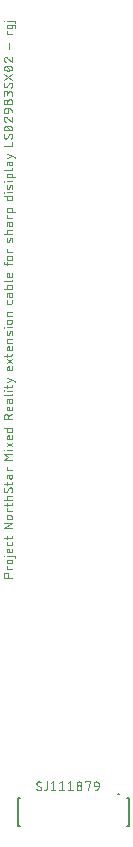
<source format=gbr>
G04 EAGLE Gerber RS-274X export*
G75*
%MOMM*%
%FSLAX34Y34*%
%LPD*%
%INSilkscreen Top*%
%IPPOS*%
%AMOC8*
5,1,8,0,0,1.08239X$1,22.5*%
G01*
%ADD10C,0.076200*%
%ADD11C,0.127000*%
%ADD12C,0.200000*%


D10*
X35836Y68381D02*
X35914Y68383D01*
X35992Y68388D01*
X36069Y68398D01*
X36146Y68411D01*
X36222Y68427D01*
X36297Y68447D01*
X36371Y68471D01*
X36444Y68498D01*
X36516Y68529D01*
X36586Y68563D01*
X36655Y68600D01*
X36721Y68641D01*
X36786Y68685D01*
X36848Y68731D01*
X36908Y68781D01*
X36966Y68833D01*
X37021Y68888D01*
X37073Y68946D01*
X37123Y69006D01*
X37169Y69068D01*
X37213Y69133D01*
X37254Y69200D01*
X37291Y69268D01*
X37325Y69338D01*
X37356Y69410D01*
X37383Y69483D01*
X37407Y69557D01*
X37427Y69632D01*
X37443Y69708D01*
X37456Y69785D01*
X37466Y69862D01*
X37471Y69940D01*
X37473Y70018D01*
X35836Y68381D02*
X35722Y68383D01*
X35609Y68388D01*
X35495Y68398D01*
X35382Y68411D01*
X35270Y68428D01*
X35158Y68448D01*
X35047Y68472D01*
X34936Y68500D01*
X34827Y68531D01*
X34719Y68566D01*
X34612Y68605D01*
X34506Y68647D01*
X34402Y68692D01*
X34299Y68741D01*
X34198Y68794D01*
X34099Y68849D01*
X34001Y68908D01*
X33906Y68970D01*
X33813Y69035D01*
X33721Y69103D01*
X33633Y69174D01*
X33546Y69248D01*
X33462Y69325D01*
X33381Y69404D01*
X33585Y74110D02*
X33587Y74188D01*
X33592Y74266D01*
X33602Y74343D01*
X33615Y74420D01*
X33631Y74496D01*
X33651Y74571D01*
X33675Y74645D01*
X33702Y74718D01*
X33733Y74790D01*
X33767Y74860D01*
X33804Y74929D01*
X33845Y74995D01*
X33889Y75060D01*
X33935Y75122D01*
X33985Y75182D01*
X34037Y75240D01*
X34092Y75295D01*
X34150Y75347D01*
X34210Y75397D01*
X34272Y75443D01*
X34337Y75487D01*
X34404Y75528D01*
X34472Y75565D01*
X34542Y75599D01*
X34614Y75630D01*
X34687Y75657D01*
X34761Y75681D01*
X34836Y75701D01*
X34912Y75717D01*
X34989Y75730D01*
X35066Y75740D01*
X35144Y75745D01*
X35222Y75747D01*
X35332Y75745D01*
X35441Y75739D01*
X35551Y75729D01*
X35659Y75716D01*
X35768Y75698D01*
X35875Y75677D01*
X35982Y75651D01*
X36088Y75622D01*
X36193Y75590D01*
X36296Y75553D01*
X36398Y75513D01*
X36499Y75469D01*
X36598Y75421D01*
X36695Y75371D01*
X36790Y75316D01*
X36883Y75258D01*
X36974Y75197D01*
X37063Y75133D01*
X34404Y72677D02*
X34337Y72719D01*
X34272Y72763D01*
X34210Y72811D01*
X34150Y72861D01*
X34092Y72914D01*
X34037Y72970D01*
X33985Y73029D01*
X33935Y73089D01*
X33888Y73153D01*
X33845Y73218D01*
X33804Y73285D01*
X33767Y73354D01*
X33733Y73425D01*
X33702Y73497D01*
X33675Y73571D01*
X33651Y73645D01*
X33631Y73721D01*
X33615Y73798D01*
X33602Y73875D01*
X33592Y73953D01*
X33587Y74032D01*
X33585Y74110D01*
X36655Y71450D02*
X36721Y71408D01*
X36786Y71364D01*
X36848Y71317D01*
X36908Y71266D01*
X36966Y71213D01*
X37021Y71157D01*
X37074Y71099D01*
X37123Y71038D01*
X37170Y70975D01*
X37213Y70910D01*
X37254Y70843D01*
X37291Y70774D01*
X37325Y70703D01*
X37356Y70631D01*
X37383Y70557D01*
X37407Y70482D01*
X37427Y70407D01*
X37443Y70330D01*
X37456Y70253D01*
X37466Y70175D01*
X37471Y70096D01*
X37473Y70018D01*
X36655Y71450D02*
X34404Y72678D01*
X42138Y70018D02*
X42138Y75747D01*
X42139Y70018D02*
X42137Y69940D01*
X42132Y69862D01*
X42122Y69785D01*
X42109Y69708D01*
X42093Y69632D01*
X42073Y69557D01*
X42049Y69483D01*
X42022Y69410D01*
X41991Y69338D01*
X41957Y69268D01*
X41920Y69200D01*
X41879Y69133D01*
X41835Y69068D01*
X41789Y69006D01*
X41739Y68946D01*
X41687Y68888D01*
X41632Y68833D01*
X41574Y68781D01*
X41514Y68731D01*
X41452Y68685D01*
X41387Y68641D01*
X41321Y68600D01*
X41252Y68563D01*
X41182Y68529D01*
X41110Y68498D01*
X41037Y68471D01*
X40963Y68447D01*
X40888Y68427D01*
X40812Y68411D01*
X40735Y68398D01*
X40658Y68388D01*
X40580Y68383D01*
X40502Y68381D01*
X39683Y68381D01*
X45573Y74110D02*
X47619Y75747D01*
X47619Y68381D01*
X45573Y68381D02*
X49665Y68381D01*
X52888Y74110D02*
X54934Y75747D01*
X54934Y68381D01*
X52888Y68381D02*
X56980Y68381D01*
X60203Y74110D02*
X62250Y75747D01*
X62250Y68381D01*
X64296Y68381D02*
X60203Y68381D01*
X67519Y70427D02*
X67521Y70516D01*
X67527Y70605D01*
X67537Y70694D01*
X67550Y70782D01*
X67567Y70870D01*
X67589Y70957D01*
X67614Y71042D01*
X67642Y71127D01*
X67675Y71210D01*
X67711Y71292D01*
X67750Y71372D01*
X67793Y71450D01*
X67839Y71526D01*
X67889Y71601D01*
X67942Y71673D01*
X67998Y71742D01*
X68057Y71809D01*
X68118Y71874D01*
X68183Y71935D01*
X68250Y71994D01*
X68319Y72050D01*
X68391Y72103D01*
X68466Y72153D01*
X68542Y72199D01*
X68620Y72242D01*
X68700Y72281D01*
X68782Y72317D01*
X68865Y72350D01*
X68950Y72378D01*
X69035Y72403D01*
X69122Y72425D01*
X69210Y72442D01*
X69298Y72455D01*
X69387Y72465D01*
X69476Y72471D01*
X69565Y72473D01*
X69654Y72471D01*
X69743Y72465D01*
X69832Y72455D01*
X69920Y72442D01*
X70008Y72425D01*
X70095Y72403D01*
X70180Y72378D01*
X70265Y72350D01*
X70348Y72317D01*
X70430Y72281D01*
X70510Y72242D01*
X70588Y72199D01*
X70664Y72153D01*
X70739Y72103D01*
X70811Y72050D01*
X70880Y71994D01*
X70947Y71935D01*
X71012Y71874D01*
X71073Y71809D01*
X71132Y71742D01*
X71188Y71673D01*
X71241Y71601D01*
X71291Y71526D01*
X71337Y71450D01*
X71380Y71372D01*
X71419Y71292D01*
X71455Y71210D01*
X71488Y71127D01*
X71516Y71042D01*
X71541Y70957D01*
X71563Y70870D01*
X71580Y70782D01*
X71593Y70694D01*
X71603Y70605D01*
X71609Y70516D01*
X71611Y70427D01*
X71609Y70338D01*
X71603Y70249D01*
X71593Y70160D01*
X71580Y70072D01*
X71563Y69984D01*
X71541Y69897D01*
X71516Y69812D01*
X71488Y69727D01*
X71455Y69644D01*
X71419Y69562D01*
X71380Y69482D01*
X71337Y69404D01*
X71291Y69328D01*
X71241Y69253D01*
X71188Y69181D01*
X71132Y69112D01*
X71073Y69045D01*
X71012Y68980D01*
X70947Y68919D01*
X70880Y68860D01*
X70811Y68804D01*
X70739Y68751D01*
X70664Y68701D01*
X70588Y68655D01*
X70510Y68612D01*
X70430Y68573D01*
X70348Y68537D01*
X70265Y68504D01*
X70180Y68476D01*
X70095Y68451D01*
X70008Y68429D01*
X69920Y68412D01*
X69832Y68399D01*
X69743Y68389D01*
X69654Y68383D01*
X69565Y68381D01*
X69476Y68383D01*
X69387Y68389D01*
X69298Y68399D01*
X69210Y68412D01*
X69122Y68429D01*
X69035Y68451D01*
X68950Y68476D01*
X68865Y68504D01*
X68782Y68537D01*
X68700Y68573D01*
X68620Y68612D01*
X68542Y68655D01*
X68466Y68701D01*
X68391Y68751D01*
X68319Y68804D01*
X68250Y68860D01*
X68183Y68919D01*
X68118Y68980D01*
X68057Y69045D01*
X67998Y69112D01*
X67942Y69181D01*
X67889Y69253D01*
X67839Y69328D01*
X67793Y69404D01*
X67750Y69482D01*
X67711Y69562D01*
X67675Y69644D01*
X67642Y69727D01*
X67614Y69812D01*
X67589Y69897D01*
X67567Y69984D01*
X67550Y70072D01*
X67537Y70160D01*
X67527Y70249D01*
X67521Y70338D01*
X67519Y70427D01*
X67928Y74110D02*
X67930Y74189D01*
X67936Y74268D01*
X67945Y74347D01*
X67958Y74425D01*
X67976Y74502D01*
X67996Y74578D01*
X68021Y74653D01*
X68049Y74727D01*
X68080Y74800D01*
X68116Y74871D01*
X68154Y74940D01*
X68196Y75007D01*
X68241Y75072D01*
X68289Y75135D01*
X68340Y75196D01*
X68394Y75253D01*
X68450Y75309D01*
X68509Y75361D01*
X68571Y75411D01*
X68635Y75457D01*
X68701Y75501D01*
X68769Y75541D01*
X68839Y75577D01*
X68911Y75611D01*
X68985Y75641D01*
X69059Y75667D01*
X69135Y75690D01*
X69212Y75708D01*
X69289Y75724D01*
X69368Y75735D01*
X69446Y75743D01*
X69525Y75747D01*
X69605Y75747D01*
X69684Y75743D01*
X69762Y75735D01*
X69841Y75724D01*
X69918Y75708D01*
X69995Y75690D01*
X70071Y75667D01*
X70145Y75641D01*
X70219Y75611D01*
X70291Y75577D01*
X70361Y75541D01*
X70429Y75501D01*
X70495Y75457D01*
X70559Y75411D01*
X70621Y75361D01*
X70680Y75309D01*
X70736Y75253D01*
X70790Y75196D01*
X70841Y75135D01*
X70889Y75072D01*
X70934Y75007D01*
X70976Y74940D01*
X71014Y74871D01*
X71050Y74800D01*
X71081Y74727D01*
X71109Y74653D01*
X71134Y74578D01*
X71154Y74502D01*
X71172Y74425D01*
X71185Y74347D01*
X71194Y74268D01*
X71200Y74189D01*
X71202Y74110D01*
X71200Y74031D01*
X71194Y73952D01*
X71185Y73873D01*
X71172Y73795D01*
X71154Y73718D01*
X71134Y73642D01*
X71109Y73567D01*
X71081Y73493D01*
X71050Y73420D01*
X71014Y73349D01*
X70976Y73280D01*
X70934Y73213D01*
X70889Y73148D01*
X70841Y73085D01*
X70790Y73024D01*
X70736Y72967D01*
X70680Y72911D01*
X70621Y72859D01*
X70559Y72809D01*
X70495Y72763D01*
X70429Y72719D01*
X70361Y72679D01*
X70291Y72643D01*
X70219Y72609D01*
X70145Y72579D01*
X70071Y72553D01*
X69995Y72530D01*
X69918Y72512D01*
X69841Y72496D01*
X69762Y72485D01*
X69684Y72477D01*
X69605Y72473D01*
X69525Y72473D01*
X69446Y72477D01*
X69368Y72485D01*
X69289Y72496D01*
X69212Y72512D01*
X69135Y72530D01*
X69059Y72553D01*
X68985Y72579D01*
X68911Y72609D01*
X68839Y72643D01*
X68769Y72679D01*
X68701Y72719D01*
X68635Y72763D01*
X68571Y72809D01*
X68509Y72859D01*
X68450Y72911D01*
X68394Y72967D01*
X68340Y73024D01*
X68289Y73085D01*
X68241Y73148D01*
X68196Y73213D01*
X68154Y73280D01*
X68116Y73349D01*
X68080Y73420D01*
X68049Y73493D01*
X68021Y73567D01*
X67996Y73642D01*
X67976Y73718D01*
X67958Y73795D01*
X67945Y73873D01*
X67936Y73952D01*
X67930Y74031D01*
X67928Y74110D01*
X74834Y74929D02*
X74834Y75747D01*
X78926Y75747D01*
X76880Y68381D01*
X83786Y71655D02*
X86241Y71655D01*
X83786Y71655D02*
X83708Y71657D01*
X83630Y71662D01*
X83553Y71672D01*
X83476Y71685D01*
X83400Y71701D01*
X83325Y71721D01*
X83251Y71745D01*
X83178Y71772D01*
X83106Y71803D01*
X83036Y71837D01*
X82967Y71874D01*
X82901Y71915D01*
X82836Y71959D01*
X82774Y72005D01*
X82714Y72055D01*
X82656Y72107D01*
X82601Y72162D01*
X82549Y72220D01*
X82499Y72280D01*
X82453Y72342D01*
X82409Y72407D01*
X82368Y72474D01*
X82331Y72542D01*
X82297Y72612D01*
X82266Y72684D01*
X82239Y72757D01*
X82215Y72831D01*
X82195Y72906D01*
X82179Y72982D01*
X82166Y73059D01*
X82156Y73136D01*
X82151Y73214D01*
X82149Y73292D01*
X82149Y73701D01*
X82151Y73790D01*
X82157Y73879D01*
X82167Y73968D01*
X82180Y74056D01*
X82197Y74144D01*
X82219Y74231D01*
X82244Y74316D01*
X82272Y74401D01*
X82305Y74484D01*
X82341Y74566D01*
X82380Y74646D01*
X82423Y74724D01*
X82469Y74800D01*
X82519Y74875D01*
X82572Y74947D01*
X82628Y75016D01*
X82687Y75083D01*
X82748Y75148D01*
X82813Y75209D01*
X82880Y75268D01*
X82949Y75324D01*
X83021Y75377D01*
X83096Y75427D01*
X83172Y75473D01*
X83250Y75516D01*
X83330Y75555D01*
X83412Y75591D01*
X83495Y75624D01*
X83580Y75652D01*
X83665Y75677D01*
X83752Y75699D01*
X83840Y75716D01*
X83928Y75729D01*
X84017Y75739D01*
X84106Y75745D01*
X84195Y75747D01*
X84284Y75745D01*
X84373Y75739D01*
X84462Y75729D01*
X84550Y75716D01*
X84638Y75699D01*
X84725Y75677D01*
X84810Y75652D01*
X84895Y75624D01*
X84978Y75591D01*
X85060Y75555D01*
X85140Y75516D01*
X85218Y75473D01*
X85294Y75427D01*
X85369Y75377D01*
X85441Y75324D01*
X85510Y75268D01*
X85577Y75209D01*
X85642Y75148D01*
X85703Y75083D01*
X85762Y75016D01*
X85818Y74947D01*
X85871Y74875D01*
X85921Y74800D01*
X85967Y74724D01*
X86010Y74646D01*
X86049Y74566D01*
X86085Y74484D01*
X86118Y74401D01*
X86146Y74316D01*
X86171Y74231D01*
X86193Y74144D01*
X86210Y74056D01*
X86223Y73968D01*
X86233Y73879D01*
X86239Y73790D01*
X86241Y73701D01*
X86241Y71655D01*
X86242Y71655D02*
X86240Y71543D01*
X86234Y71432D01*
X86225Y71320D01*
X86212Y71209D01*
X86194Y71099D01*
X86174Y70989D01*
X86149Y70880D01*
X86121Y70772D01*
X86089Y70665D01*
X86053Y70559D01*
X86014Y70454D01*
X85971Y70351D01*
X85925Y70249D01*
X85875Y70149D01*
X85822Y70050D01*
X85765Y69954D01*
X85706Y69859D01*
X85643Y69767D01*
X85577Y69677D01*
X85508Y69589D01*
X85436Y69503D01*
X85361Y69420D01*
X85283Y69340D01*
X85203Y69262D01*
X85120Y69187D01*
X85034Y69115D01*
X84946Y69046D01*
X84856Y68980D01*
X84764Y68917D01*
X84669Y68858D01*
X84573Y68801D01*
X84474Y68748D01*
X84374Y68698D01*
X84272Y68652D01*
X84169Y68609D01*
X84064Y68570D01*
X83958Y68534D01*
X83851Y68502D01*
X83743Y68474D01*
X83634Y68449D01*
X83524Y68429D01*
X83414Y68411D01*
X83303Y68398D01*
X83191Y68389D01*
X83080Y68383D01*
X82968Y68381D01*
X13119Y248381D02*
X5753Y248381D01*
X5753Y250427D01*
X5755Y250516D01*
X5761Y250605D01*
X5771Y250694D01*
X5784Y250782D01*
X5801Y250870D01*
X5823Y250957D01*
X5848Y251042D01*
X5876Y251127D01*
X5909Y251210D01*
X5945Y251292D01*
X5984Y251372D01*
X6027Y251450D01*
X6073Y251526D01*
X6123Y251601D01*
X6176Y251673D01*
X6232Y251742D01*
X6291Y251809D01*
X6352Y251874D01*
X6417Y251935D01*
X6484Y251994D01*
X6553Y252050D01*
X6625Y252103D01*
X6700Y252153D01*
X6776Y252199D01*
X6854Y252242D01*
X6934Y252281D01*
X7016Y252317D01*
X7099Y252350D01*
X7184Y252378D01*
X7269Y252403D01*
X7356Y252425D01*
X7444Y252442D01*
X7532Y252455D01*
X7621Y252465D01*
X7710Y252471D01*
X7799Y252473D01*
X7888Y252471D01*
X7977Y252465D01*
X8066Y252455D01*
X8154Y252442D01*
X8242Y252425D01*
X8329Y252403D01*
X8414Y252378D01*
X8499Y252350D01*
X8582Y252317D01*
X8664Y252281D01*
X8744Y252242D01*
X8822Y252199D01*
X8898Y252153D01*
X8973Y252103D01*
X9045Y252050D01*
X9114Y251994D01*
X9181Y251935D01*
X9246Y251874D01*
X9307Y251809D01*
X9366Y251742D01*
X9422Y251673D01*
X9475Y251601D01*
X9525Y251526D01*
X9571Y251450D01*
X9614Y251372D01*
X9653Y251292D01*
X9689Y251210D01*
X9722Y251127D01*
X9750Y251042D01*
X9775Y250957D01*
X9797Y250870D01*
X9814Y250782D01*
X9827Y250694D01*
X9837Y250605D01*
X9843Y250516D01*
X9845Y250427D01*
X9845Y248381D01*
X8208Y255546D02*
X13119Y255546D01*
X8208Y255546D02*
X8208Y258002D01*
X9027Y258002D01*
X9845Y260377D02*
X11482Y260377D01*
X9845Y260377D02*
X9766Y260379D01*
X9687Y260385D01*
X9608Y260394D01*
X9530Y260407D01*
X9453Y260425D01*
X9377Y260445D01*
X9302Y260470D01*
X9228Y260498D01*
X9155Y260529D01*
X9084Y260565D01*
X9015Y260603D01*
X8948Y260645D01*
X8883Y260690D01*
X8820Y260738D01*
X8759Y260789D01*
X8702Y260843D01*
X8646Y260899D01*
X8594Y260958D01*
X8544Y261020D01*
X8498Y261084D01*
X8454Y261150D01*
X8414Y261218D01*
X8378Y261288D01*
X8344Y261360D01*
X8314Y261434D01*
X8288Y261508D01*
X8265Y261584D01*
X8247Y261661D01*
X8231Y261738D01*
X8220Y261817D01*
X8212Y261895D01*
X8208Y261974D01*
X8208Y262054D01*
X8212Y262133D01*
X8220Y262211D01*
X8231Y262290D01*
X8247Y262367D01*
X8265Y262444D01*
X8288Y262520D01*
X8314Y262594D01*
X8344Y262668D01*
X8378Y262740D01*
X8414Y262810D01*
X8454Y262878D01*
X8498Y262944D01*
X8544Y263008D01*
X8594Y263070D01*
X8646Y263129D01*
X8702Y263185D01*
X8759Y263239D01*
X8820Y263290D01*
X8883Y263338D01*
X8948Y263383D01*
X9015Y263425D01*
X9084Y263463D01*
X9155Y263499D01*
X9228Y263530D01*
X9302Y263558D01*
X9377Y263583D01*
X9453Y263603D01*
X9530Y263621D01*
X9608Y263634D01*
X9687Y263643D01*
X9766Y263649D01*
X9845Y263651D01*
X11482Y263651D01*
X11561Y263649D01*
X11640Y263643D01*
X11719Y263634D01*
X11797Y263621D01*
X11874Y263603D01*
X11950Y263583D01*
X12025Y263558D01*
X12099Y263530D01*
X12172Y263499D01*
X12243Y263463D01*
X12312Y263425D01*
X12379Y263383D01*
X12444Y263338D01*
X12507Y263290D01*
X12568Y263239D01*
X12625Y263185D01*
X12681Y263129D01*
X12733Y263070D01*
X12783Y263008D01*
X12829Y262944D01*
X12873Y262878D01*
X12913Y262810D01*
X12949Y262740D01*
X12983Y262668D01*
X13013Y262594D01*
X13039Y262520D01*
X13062Y262444D01*
X13080Y262367D01*
X13096Y262290D01*
X13107Y262211D01*
X13115Y262133D01*
X13119Y262054D01*
X13119Y261974D01*
X13115Y261895D01*
X13107Y261817D01*
X13096Y261738D01*
X13080Y261661D01*
X13062Y261584D01*
X13039Y261508D01*
X13013Y261434D01*
X12983Y261360D01*
X12949Y261288D01*
X12913Y261218D01*
X12873Y261150D01*
X12829Y261084D01*
X12783Y261020D01*
X12733Y260958D01*
X12681Y260899D01*
X12625Y260843D01*
X12568Y260789D01*
X12507Y260738D01*
X12444Y260690D01*
X12379Y260645D01*
X12312Y260603D01*
X12243Y260565D01*
X12172Y260529D01*
X12099Y260498D01*
X12025Y260470D01*
X11950Y260445D01*
X11874Y260425D01*
X11797Y260407D01*
X11719Y260394D01*
X11640Y260385D01*
X11561Y260379D01*
X11482Y260377D01*
X14347Y266509D02*
X8208Y266509D01*
X14347Y266510D02*
X14416Y266508D01*
X14484Y266502D01*
X14553Y266493D01*
X14620Y266479D01*
X14687Y266462D01*
X14753Y266441D01*
X14817Y266417D01*
X14880Y266388D01*
X14941Y266357D01*
X15000Y266322D01*
X15058Y266284D01*
X15113Y266242D01*
X15165Y266198D01*
X15215Y266150D01*
X15263Y266100D01*
X15307Y266048D01*
X15349Y265993D01*
X15387Y265935D01*
X15422Y265876D01*
X15453Y265815D01*
X15482Y265752D01*
X15506Y265688D01*
X15527Y265622D01*
X15544Y265555D01*
X15558Y265488D01*
X15567Y265419D01*
X15573Y265351D01*
X15575Y265282D01*
X15574Y265282D02*
X15574Y264872D01*
X6162Y266305D02*
X5753Y266305D01*
X5753Y266714D01*
X6162Y266714D01*
X6162Y266305D01*
X13119Y270870D02*
X13119Y272916D01*
X13119Y270870D02*
X13117Y270801D01*
X13111Y270733D01*
X13102Y270664D01*
X13088Y270597D01*
X13071Y270530D01*
X13050Y270464D01*
X13026Y270400D01*
X12997Y270337D01*
X12966Y270276D01*
X12931Y270217D01*
X12893Y270159D01*
X12851Y270104D01*
X12807Y270052D01*
X12759Y270002D01*
X12709Y269954D01*
X12657Y269910D01*
X12602Y269869D01*
X12544Y269830D01*
X12485Y269795D01*
X12424Y269764D01*
X12361Y269735D01*
X12297Y269711D01*
X12231Y269690D01*
X12164Y269673D01*
X12097Y269659D01*
X12029Y269650D01*
X11960Y269644D01*
X11891Y269642D01*
X11891Y269643D02*
X9845Y269643D01*
X9766Y269645D01*
X9687Y269651D01*
X9608Y269660D01*
X9530Y269673D01*
X9453Y269691D01*
X9377Y269711D01*
X9302Y269736D01*
X9228Y269764D01*
X9155Y269795D01*
X9084Y269831D01*
X9015Y269869D01*
X8948Y269911D01*
X8883Y269956D01*
X8820Y270004D01*
X8759Y270055D01*
X8702Y270109D01*
X8646Y270165D01*
X8594Y270224D01*
X8544Y270286D01*
X8498Y270350D01*
X8454Y270416D01*
X8414Y270484D01*
X8378Y270554D01*
X8344Y270626D01*
X8314Y270700D01*
X8288Y270774D01*
X8265Y270850D01*
X8247Y270927D01*
X8231Y271004D01*
X8220Y271083D01*
X8212Y271161D01*
X8208Y271240D01*
X8208Y271320D01*
X8212Y271399D01*
X8220Y271477D01*
X8231Y271556D01*
X8247Y271633D01*
X8265Y271710D01*
X8288Y271786D01*
X8314Y271860D01*
X8344Y271934D01*
X8378Y272006D01*
X8414Y272076D01*
X8454Y272144D01*
X8498Y272210D01*
X8544Y272274D01*
X8594Y272336D01*
X8646Y272395D01*
X8702Y272451D01*
X8759Y272505D01*
X8820Y272556D01*
X8883Y272604D01*
X8948Y272649D01*
X9015Y272691D01*
X9084Y272729D01*
X9155Y272765D01*
X9228Y272796D01*
X9302Y272824D01*
X9377Y272849D01*
X9453Y272869D01*
X9530Y272887D01*
X9608Y272900D01*
X9687Y272909D01*
X9766Y272915D01*
X9845Y272917D01*
X9845Y272916D02*
X10664Y272916D01*
X10664Y269643D01*
X13119Y277219D02*
X13119Y278856D01*
X13119Y277219D02*
X13117Y277150D01*
X13111Y277082D01*
X13102Y277013D01*
X13088Y276946D01*
X13071Y276879D01*
X13050Y276813D01*
X13026Y276749D01*
X12997Y276686D01*
X12966Y276625D01*
X12931Y276566D01*
X12893Y276508D01*
X12851Y276453D01*
X12807Y276401D01*
X12759Y276351D01*
X12709Y276303D01*
X12657Y276259D01*
X12602Y276218D01*
X12544Y276179D01*
X12485Y276144D01*
X12424Y276113D01*
X12361Y276084D01*
X12297Y276060D01*
X12231Y276039D01*
X12164Y276022D01*
X12097Y276008D01*
X12029Y275999D01*
X11960Y275993D01*
X11891Y275991D01*
X11891Y275992D02*
X9436Y275992D01*
X9436Y275991D02*
X9367Y275993D01*
X9299Y275999D01*
X9230Y276008D01*
X9163Y276022D01*
X9096Y276039D01*
X9030Y276060D01*
X8966Y276084D01*
X8903Y276113D01*
X8842Y276144D01*
X8783Y276179D01*
X8725Y276217D01*
X8670Y276259D01*
X8618Y276303D01*
X8568Y276351D01*
X8520Y276401D01*
X8476Y276453D01*
X8434Y276508D01*
X8396Y276566D01*
X8361Y276625D01*
X8330Y276686D01*
X8301Y276749D01*
X8277Y276813D01*
X8256Y276879D01*
X8239Y276946D01*
X8225Y277013D01*
X8216Y277082D01*
X8210Y277150D01*
X8208Y277219D01*
X8208Y278856D01*
X8208Y280960D02*
X8208Y283416D01*
X5753Y281779D02*
X11891Y281779D01*
X11960Y281781D01*
X12028Y281787D01*
X12097Y281796D01*
X12164Y281810D01*
X12231Y281827D01*
X12297Y281848D01*
X12361Y281872D01*
X12424Y281901D01*
X12485Y281932D01*
X12544Y281967D01*
X12602Y282005D01*
X12657Y282047D01*
X12709Y282091D01*
X12759Y282139D01*
X12807Y282189D01*
X12851Y282241D01*
X12893Y282296D01*
X12931Y282354D01*
X12966Y282413D01*
X12997Y282474D01*
X13026Y282537D01*
X13050Y282601D01*
X13071Y282667D01*
X13088Y282734D01*
X13102Y282801D01*
X13111Y282870D01*
X13117Y282938D01*
X13119Y283007D01*
X13119Y283416D01*
X13119Y290447D02*
X5753Y290447D01*
X13119Y294540D01*
X5753Y294540D01*
X9845Y297928D02*
X11482Y297928D01*
X9845Y297928D02*
X9766Y297930D01*
X9687Y297936D01*
X9608Y297945D01*
X9530Y297958D01*
X9453Y297976D01*
X9377Y297996D01*
X9302Y298021D01*
X9228Y298049D01*
X9155Y298080D01*
X9084Y298116D01*
X9015Y298154D01*
X8948Y298196D01*
X8883Y298241D01*
X8820Y298289D01*
X8759Y298340D01*
X8702Y298394D01*
X8646Y298450D01*
X8594Y298509D01*
X8544Y298571D01*
X8498Y298635D01*
X8454Y298701D01*
X8414Y298769D01*
X8378Y298839D01*
X8344Y298911D01*
X8314Y298985D01*
X8288Y299059D01*
X8265Y299135D01*
X8247Y299212D01*
X8231Y299289D01*
X8220Y299368D01*
X8212Y299446D01*
X8208Y299525D01*
X8208Y299605D01*
X8212Y299684D01*
X8220Y299762D01*
X8231Y299841D01*
X8247Y299918D01*
X8265Y299995D01*
X8288Y300071D01*
X8314Y300145D01*
X8344Y300219D01*
X8378Y300291D01*
X8414Y300361D01*
X8454Y300429D01*
X8498Y300495D01*
X8544Y300559D01*
X8594Y300621D01*
X8646Y300680D01*
X8702Y300736D01*
X8759Y300790D01*
X8820Y300841D01*
X8883Y300889D01*
X8948Y300934D01*
X9015Y300976D01*
X9084Y301014D01*
X9155Y301050D01*
X9228Y301081D01*
X9302Y301109D01*
X9377Y301134D01*
X9453Y301154D01*
X9530Y301172D01*
X9608Y301185D01*
X9687Y301194D01*
X9766Y301200D01*
X9845Y301202D01*
X11482Y301202D01*
X11561Y301200D01*
X11640Y301194D01*
X11719Y301185D01*
X11797Y301172D01*
X11874Y301154D01*
X11950Y301134D01*
X12025Y301109D01*
X12099Y301081D01*
X12172Y301050D01*
X12243Y301014D01*
X12312Y300976D01*
X12379Y300934D01*
X12444Y300889D01*
X12507Y300841D01*
X12568Y300790D01*
X12625Y300736D01*
X12681Y300680D01*
X12733Y300621D01*
X12783Y300559D01*
X12829Y300495D01*
X12873Y300429D01*
X12913Y300361D01*
X12949Y300291D01*
X12983Y300219D01*
X13013Y300145D01*
X13039Y300071D01*
X13062Y299995D01*
X13080Y299918D01*
X13096Y299841D01*
X13107Y299762D01*
X13115Y299684D01*
X13119Y299605D01*
X13119Y299525D01*
X13115Y299446D01*
X13107Y299368D01*
X13096Y299289D01*
X13080Y299212D01*
X13062Y299135D01*
X13039Y299059D01*
X13013Y298985D01*
X12983Y298911D01*
X12949Y298839D01*
X12913Y298769D01*
X12873Y298701D01*
X12829Y298635D01*
X12783Y298571D01*
X12733Y298509D01*
X12681Y298450D01*
X12625Y298394D01*
X12568Y298340D01*
X12507Y298289D01*
X12444Y298241D01*
X12379Y298196D01*
X12312Y298154D01*
X12243Y298116D01*
X12172Y298080D01*
X12099Y298049D01*
X12025Y298021D01*
X11950Y297996D01*
X11874Y297976D01*
X11797Y297958D01*
X11719Y297945D01*
X11640Y297936D01*
X11561Y297930D01*
X11482Y297928D01*
X13119Y304558D02*
X8208Y304558D01*
X8208Y307013D01*
X9027Y307013D01*
X8208Y308758D02*
X8208Y311213D01*
X5753Y309577D02*
X11891Y309577D01*
X11891Y309576D02*
X11960Y309578D01*
X12028Y309584D01*
X12097Y309593D01*
X12164Y309607D01*
X12231Y309624D01*
X12297Y309645D01*
X12361Y309669D01*
X12424Y309698D01*
X12485Y309729D01*
X12544Y309764D01*
X12602Y309802D01*
X12657Y309844D01*
X12709Y309888D01*
X12759Y309936D01*
X12807Y309986D01*
X12851Y310038D01*
X12893Y310093D01*
X12931Y310151D01*
X12966Y310210D01*
X12997Y310271D01*
X13026Y310334D01*
X13050Y310398D01*
X13071Y310464D01*
X13088Y310531D01*
X13102Y310598D01*
X13111Y310667D01*
X13117Y310735D01*
X13119Y310804D01*
X13119Y311213D01*
X13119Y314265D02*
X5753Y314265D01*
X8208Y314265D02*
X8208Y316311D01*
X8210Y316380D01*
X8216Y316448D01*
X8225Y316517D01*
X8239Y316584D01*
X8256Y316651D01*
X8277Y316717D01*
X8301Y316781D01*
X8330Y316844D01*
X8361Y316905D01*
X8396Y316964D01*
X8434Y317022D01*
X8476Y317077D01*
X8520Y317129D01*
X8568Y317179D01*
X8618Y317227D01*
X8670Y317271D01*
X8725Y317313D01*
X8783Y317351D01*
X8842Y317386D01*
X8903Y317417D01*
X8966Y317446D01*
X9030Y317470D01*
X9096Y317491D01*
X9163Y317508D01*
X9230Y317522D01*
X9299Y317531D01*
X9367Y317537D01*
X9436Y317539D01*
X13119Y317539D01*
X13119Y323139D02*
X13117Y323217D01*
X13112Y323295D01*
X13102Y323372D01*
X13089Y323449D01*
X13073Y323525D01*
X13053Y323600D01*
X13029Y323674D01*
X13002Y323747D01*
X12971Y323819D01*
X12937Y323889D01*
X12900Y323958D01*
X12859Y324024D01*
X12815Y324089D01*
X12769Y324151D01*
X12719Y324211D01*
X12667Y324269D01*
X12612Y324324D01*
X12554Y324376D01*
X12494Y324426D01*
X12432Y324472D01*
X12367Y324516D01*
X12301Y324557D01*
X12232Y324594D01*
X12162Y324628D01*
X12090Y324659D01*
X12017Y324686D01*
X11943Y324710D01*
X11868Y324730D01*
X11792Y324746D01*
X11715Y324759D01*
X11638Y324769D01*
X11560Y324774D01*
X11482Y324776D01*
X13119Y323139D02*
X13117Y323025D01*
X13112Y322912D01*
X13102Y322798D01*
X13089Y322685D01*
X13072Y322573D01*
X13052Y322461D01*
X13028Y322350D01*
X13000Y322239D01*
X12969Y322130D01*
X12934Y322022D01*
X12895Y321915D01*
X12853Y321809D01*
X12808Y321705D01*
X12759Y321602D01*
X12706Y321501D01*
X12651Y321402D01*
X12592Y321304D01*
X12530Y321209D01*
X12465Y321116D01*
X12397Y321024D01*
X12326Y320936D01*
X12252Y320849D01*
X12175Y320765D01*
X12096Y320684D01*
X7390Y320888D02*
X7312Y320890D01*
X7234Y320895D01*
X7157Y320905D01*
X7080Y320918D01*
X7004Y320934D01*
X6929Y320954D01*
X6855Y320978D01*
X6782Y321005D01*
X6710Y321036D01*
X6640Y321070D01*
X6571Y321107D01*
X6505Y321148D01*
X6440Y321192D01*
X6378Y321238D01*
X6318Y321288D01*
X6260Y321340D01*
X6205Y321395D01*
X6153Y321453D01*
X6103Y321513D01*
X6057Y321575D01*
X6013Y321640D01*
X5972Y321707D01*
X5935Y321775D01*
X5901Y321845D01*
X5870Y321917D01*
X5843Y321990D01*
X5819Y322064D01*
X5799Y322139D01*
X5783Y322215D01*
X5770Y322292D01*
X5760Y322369D01*
X5755Y322447D01*
X5753Y322525D01*
X5755Y322635D01*
X5761Y322744D01*
X5771Y322854D01*
X5784Y322962D01*
X5802Y323071D01*
X5823Y323178D01*
X5849Y323285D01*
X5878Y323391D01*
X5910Y323496D01*
X5947Y323599D01*
X5987Y323701D01*
X6031Y323802D01*
X6079Y323901D01*
X6129Y323998D01*
X6184Y324093D01*
X6242Y324186D01*
X6303Y324277D01*
X6367Y324366D01*
X8822Y321706D02*
X8780Y321640D01*
X8736Y321575D01*
X8688Y321513D01*
X8638Y321453D01*
X8585Y321395D01*
X8529Y321340D01*
X8471Y321287D01*
X8410Y321238D01*
X8347Y321191D01*
X8282Y321147D01*
X8215Y321107D01*
X8146Y321070D01*
X8075Y321036D01*
X8003Y321005D01*
X7929Y320978D01*
X7854Y320954D01*
X7779Y320934D01*
X7702Y320918D01*
X7625Y320905D01*
X7547Y320895D01*
X7468Y320890D01*
X7390Y320888D01*
X10049Y323957D02*
X10091Y324024D01*
X10135Y324089D01*
X10183Y324151D01*
X10233Y324211D01*
X10286Y324269D01*
X10342Y324324D01*
X10401Y324376D01*
X10461Y324426D01*
X10525Y324473D01*
X10590Y324516D01*
X10657Y324557D01*
X10726Y324594D01*
X10797Y324628D01*
X10869Y324659D01*
X10943Y324686D01*
X11017Y324710D01*
X11093Y324730D01*
X11170Y324746D01*
X11247Y324759D01*
X11325Y324769D01*
X11404Y324774D01*
X11482Y324776D01*
X10050Y323957D02*
X8822Y321706D01*
X8208Y327046D02*
X8208Y329501D01*
X5753Y327864D02*
X11891Y327864D01*
X11960Y327866D01*
X12028Y327872D01*
X12097Y327881D01*
X12164Y327895D01*
X12231Y327912D01*
X12297Y327933D01*
X12361Y327957D01*
X12424Y327986D01*
X12485Y328017D01*
X12544Y328052D01*
X12602Y328090D01*
X12657Y328132D01*
X12709Y328176D01*
X12759Y328224D01*
X12807Y328274D01*
X12851Y328326D01*
X12893Y328381D01*
X12931Y328439D01*
X12966Y328498D01*
X12997Y328559D01*
X13026Y328622D01*
X13050Y328686D01*
X13071Y328752D01*
X13088Y328819D01*
X13102Y328886D01*
X13111Y328955D01*
X13117Y329023D01*
X13119Y329092D01*
X13119Y329501D01*
X10254Y333701D02*
X10254Y335542D01*
X10255Y333701D02*
X10257Y333626D01*
X10263Y333551D01*
X10273Y333477D01*
X10286Y333403D01*
X10304Y333330D01*
X10325Y333258D01*
X10350Y333188D01*
X10379Y333119D01*
X10411Y333051D01*
X10447Y332985D01*
X10486Y332921D01*
X10528Y332859D01*
X10574Y332800D01*
X10623Y332743D01*
X10674Y332688D01*
X10729Y332637D01*
X10786Y332588D01*
X10845Y332542D01*
X10907Y332500D01*
X10971Y332461D01*
X11037Y332425D01*
X11105Y332393D01*
X11174Y332364D01*
X11244Y332339D01*
X11316Y332318D01*
X11389Y332300D01*
X11463Y332287D01*
X11537Y332277D01*
X11612Y332271D01*
X11687Y332269D01*
X11762Y332271D01*
X11837Y332277D01*
X11911Y332287D01*
X11985Y332300D01*
X12058Y332318D01*
X12130Y332339D01*
X12200Y332364D01*
X12269Y332393D01*
X12337Y332425D01*
X12403Y332461D01*
X12467Y332500D01*
X12529Y332542D01*
X12588Y332588D01*
X12645Y332637D01*
X12700Y332688D01*
X12751Y332743D01*
X12800Y332800D01*
X12846Y332859D01*
X12888Y332921D01*
X12927Y332985D01*
X12963Y333051D01*
X12995Y333119D01*
X13024Y333188D01*
X13049Y333258D01*
X13070Y333330D01*
X13088Y333403D01*
X13101Y333477D01*
X13111Y333551D01*
X13117Y333626D01*
X13119Y333701D01*
X13119Y335542D01*
X9436Y335542D01*
X9367Y335540D01*
X9299Y335534D01*
X9230Y335525D01*
X9163Y335511D01*
X9096Y335494D01*
X9030Y335473D01*
X8966Y335449D01*
X8903Y335420D01*
X8842Y335389D01*
X8783Y335354D01*
X8725Y335316D01*
X8670Y335274D01*
X8618Y335230D01*
X8568Y335182D01*
X8520Y335132D01*
X8476Y335080D01*
X8435Y335025D01*
X8396Y334967D01*
X8361Y334908D01*
X8330Y334847D01*
X8301Y334784D01*
X8277Y334720D01*
X8256Y334654D01*
X8239Y334587D01*
X8225Y334520D01*
X8216Y334452D01*
X8210Y334383D01*
X8208Y334314D01*
X8208Y332678D01*
X8208Y339183D02*
X13119Y339183D01*
X8208Y339183D02*
X8208Y341638D01*
X9027Y341638D01*
X5753Y348316D02*
X13119Y348316D01*
X9845Y350771D02*
X5753Y348316D01*
X9845Y350771D02*
X5753Y353226D01*
X13119Y353226D01*
X13119Y356623D02*
X8208Y356623D01*
X6162Y356419D02*
X5753Y356419D01*
X5753Y356828D01*
X6162Y356828D01*
X6162Y356419D01*
X8208Y362649D02*
X13119Y359375D01*
X13119Y362649D02*
X8208Y359375D01*
X13119Y366699D02*
X13119Y368745D01*
X13119Y366699D02*
X13117Y366630D01*
X13111Y366562D01*
X13102Y366493D01*
X13088Y366426D01*
X13071Y366359D01*
X13050Y366293D01*
X13026Y366229D01*
X12997Y366166D01*
X12966Y366105D01*
X12931Y366046D01*
X12893Y365988D01*
X12851Y365933D01*
X12807Y365881D01*
X12759Y365831D01*
X12709Y365783D01*
X12657Y365739D01*
X12602Y365698D01*
X12544Y365659D01*
X12485Y365624D01*
X12424Y365593D01*
X12361Y365564D01*
X12297Y365540D01*
X12231Y365519D01*
X12164Y365502D01*
X12097Y365488D01*
X12029Y365479D01*
X11960Y365473D01*
X11891Y365471D01*
X9845Y365471D01*
X9766Y365473D01*
X9687Y365479D01*
X9608Y365488D01*
X9530Y365501D01*
X9453Y365519D01*
X9377Y365539D01*
X9302Y365564D01*
X9228Y365592D01*
X9155Y365623D01*
X9084Y365659D01*
X9015Y365697D01*
X8948Y365739D01*
X8883Y365784D01*
X8820Y365832D01*
X8759Y365883D01*
X8702Y365937D01*
X8646Y365993D01*
X8594Y366052D01*
X8544Y366114D01*
X8498Y366178D01*
X8454Y366244D01*
X8414Y366312D01*
X8378Y366382D01*
X8344Y366454D01*
X8314Y366528D01*
X8288Y366602D01*
X8265Y366678D01*
X8247Y366755D01*
X8231Y366832D01*
X8220Y366911D01*
X8212Y366989D01*
X8208Y367068D01*
X8208Y367148D01*
X8212Y367227D01*
X8220Y367305D01*
X8231Y367384D01*
X8247Y367461D01*
X8265Y367538D01*
X8288Y367614D01*
X8314Y367688D01*
X8344Y367762D01*
X8378Y367834D01*
X8414Y367904D01*
X8454Y367972D01*
X8498Y368038D01*
X8544Y368102D01*
X8594Y368164D01*
X8646Y368223D01*
X8702Y368279D01*
X8759Y368333D01*
X8820Y368384D01*
X8883Y368432D01*
X8948Y368477D01*
X9015Y368519D01*
X9084Y368557D01*
X9155Y368593D01*
X9228Y368624D01*
X9302Y368652D01*
X9377Y368677D01*
X9453Y368697D01*
X9530Y368715D01*
X9608Y368728D01*
X9687Y368737D01*
X9766Y368743D01*
X9845Y368745D01*
X10664Y368745D01*
X10664Y365471D01*
X13119Y375044D02*
X5753Y375044D01*
X13119Y375044D02*
X13119Y372998D01*
X13117Y372929D01*
X13111Y372861D01*
X13102Y372792D01*
X13088Y372725D01*
X13071Y372658D01*
X13050Y372592D01*
X13026Y372528D01*
X12997Y372465D01*
X12966Y372404D01*
X12931Y372345D01*
X12893Y372287D01*
X12851Y372232D01*
X12807Y372180D01*
X12759Y372130D01*
X12709Y372082D01*
X12657Y372038D01*
X12602Y371997D01*
X12544Y371958D01*
X12485Y371923D01*
X12424Y371892D01*
X12361Y371863D01*
X12297Y371839D01*
X12231Y371818D01*
X12164Y371801D01*
X12097Y371787D01*
X12029Y371778D01*
X11960Y371772D01*
X11891Y371770D01*
X9436Y371770D01*
X9367Y371772D01*
X9299Y371778D01*
X9230Y371787D01*
X9163Y371801D01*
X9096Y371818D01*
X9030Y371839D01*
X8966Y371863D01*
X8903Y371892D01*
X8842Y371923D01*
X8783Y371958D01*
X8725Y371996D01*
X8670Y372038D01*
X8618Y372082D01*
X8568Y372130D01*
X8520Y372180D01*
X8476Y372232D01*
X8434Y372287D01*
X8396Y372345D01*
X8361Y372404D01*
X8330Y372465D01*
X8301Y372528D01*
X8277Y372592D01*
X8256Y372658D01*
X8239Y372725D01*
X8225Y372792D01*
X8216Y372861D01*
X8210Y372929D01*
X8208Y372998D01*
X8208Y375044D01*
X5753Y382670D02*
X13119Y382670D01*
X5753Y382670D02*
X5753Y384716D01*
X5755Y384805D01*
X5761Y384894D01*
X5771Y384983D01*
X5784Y385071D01*
X5801Y385159D01*
X5823Y385246D01*
X5848Y385331D01*
X5876Y385416D01*
X5909Y385499D01*
X5945Y385581D01*
X5984Y385661D01*
X6027Y385739D01*
X6073Y385815D01*
X6123Y385890D01*
X6176Y385962D01*
X6232Y386031D01*
X6291Y386098D01*
X6352Y386163D01*
X6417Y386224D01*
X6484Y386283D01*
X6553Y386339D01*
X6625Y386392D01*
X6700Y386442D01*
X6776Y386488D01*
X6854Y386531D01*
X6934Y386570D01*
X7016Y386606D01*
X7099Y386639D01*
X7184Y386667D01*
X7269Y386692D01*
X7356Y386714D01*
X7444Y386731D01*
X7532Y386744D01*
X7621Y386754D01*
X7710Y386760D01*
X7799Y386762D01*
X7888Y386760D01*
X7977Y386754D01*
X8066Y386744D01*
X8154Y386731D01*
X8242Y386714D01*
X8329Y386692D01*
X8414Y386667D01*
X8499Y386639D01*
X8582Y386606D01*
X8664Y386570D01*
X8744Y386531D01*
X8822Y386488D01*
X8898Y386442D01*
X8973Y386392D01*
X9045Y386339D01*
X9114Y386283D01*
X9181Y386224D01*
X9246Y386163D01*
X9307Y386098D01*
X9366Y386031D01*
X9422Y385962D01*
X9475Y385890D01*
X9525Y385815D01*
X9571Y385739D01*
X9614Y385661D01*
X9653Y385581D01*
X9689Y385499D01*
X9722Y385416D01*
X9750Y385331D01*
X9775Y385246D01*
X9797Y385159D01*
X9814Y385071D01*
X9827Y384983D01*
X9837Y384894D01*
X9843Y384805D01*
X9845Y384716D01*
X9845Y382670D01*
X9845Y385125D02*
X13119Y386762D01*
X13119Y391083D02*
X13119Y393129D01*
X13119Y391083D02*
X13117Y391014D01*
X13111Y390946D01*
X13102Y390877D01*
X13088Y390810D01*
X13071Y390743D01*
X13050Y390677D01*
X13026Y390613D01*
X12997Y390550D01*
X12966Y390489D01*
X12931Y390430D01*
X12893Y390372D01*
X12851Y390317D01*
X12807Y390265D01*
X12759Y390215D01*
X12709Y390167D01*
X12657Y390123D01*
X12602Y390082D01*
X12544Y390043D01*
X12485Y390008D01*
X12424Y389977D01*
X12361Y389948D01*
X12297Y389924D01*
X12231Y389903D01*
X12164Y389886D01*
X12097Y389872D01*
X12029Y389863D01*
X11960Y389857D01*
X11891Y389855D01*
X9845Y389855D01*
X9766Y389857D01*
X9687Y389863D01*
X9608Y389872D01*
X9530Y389885D01*
X9453Y389903D01*
X9377Y389923D01*
X9302Y389948D01*
X9228Y389976D01*
X9155Y390007D01*
X9084Y390043D01*
X9015Y390081D01*
X8948Y390123D01*
X8883Y390168D01*
X8820Y390216D01*
X8759Y390267D01*
X8702Y390321D01*
X8646Y390377D01*
X8594Y390436D01*
X8544Y390498D01*
X8498Y390562D01*
X8454Y390628D01*
X8414Y390696D01*
X8378Y390766D01*
X8344Y390838D01*
X8314Y390912D01*
X8288Y390986D01*
X8265Y391062D01*
X8247Y391139D01*
X8231Y391216D01*
X8220Y391295D01*
X8212Y391373D01*
X8208Y391452D01*
X8208Y391532D01*
X8212Y391611D01*
X8220Y391689D01*
X8231Y391768D01*
X8247Y391845D01*
X8265Y391922D01*
X8288Y391998D01*
X8314Y392072D01*
X8344Y392146D01*
X8378Y392218D01*
X8414Y392288D01*
X8454Y392356D01*
X8498Y392422D01*
X8544Y392486D01*
X8594Y392548D01*
X8646Y392607D01*
X8702Y392663D01*
X8759Y392717D01*
X8820Y392768D01*
X8883Y392816D01*
X8948Y392861D01*
X9015Y392903D01*
X9084Y392941D01*
X9155Y392977D01*
X9228Y393008D01*
X9302Y393036D01*
X9377Y393061D01*
X9453Y393081D01*
X9530Y393099D01*
X9608Y393112D01*
X9687Y393121D01*
X9766Y393127D01*
X9845Y393129D01*
X10664Y393129D01*
X10664Y389855D01*
X10254Y397586D02*
X10254Y399428D01*
X10255Y397586D02*
X10257Y397511D01*
X10263Y397436D01*
X10273Y397362D01*
X10286Y397288D01*
X10304Y397215D01*
X10325Y397143D01*
X10350Y397073D01*
X10379Y397004D01*
X10411Y396936D01*
X10447Y396870D01*
X10486Y396806D01*
X10528Y396744D01*
X10574Y396685D01*
X10623Y396628D01*
X10674Y396573D01*
X10729Y396522D01*
X10786Y396473D01*
X10845Y396427D01*
X10907Y396385D01*
X10971Y396346D01*
X11037Y396310D01*
X11105Y396278D01*
X11174Y396249D01*
X11244Y396224D01*
X11316Y396203D01*
X11389Y396185D01*
X11463Y396172D01*
X11537Y396162D01*
X11612Y396156D01*
X11687Y396154D01*
X11762Y396156D01*
X11837Y396162D01*
X11911Y396172D01*
X11985Y396185D01*
X12058Y396203D01*
X12130Y396224D01*
X12200Y396249D01*
X12269Y396278D01*
X12337Y396310D01*
X12403Y396346D01*
X12467Y396385D01*
X12529Y396427D01*
X12588Y396473D01*
X12645Y396522D01*
X12700Y396573D01*
X12751Y396628D01*
X12800Y396685D01*
X12846Y396744D01*
X12888Y396806D01*
X12927Y396870D01*
X12963Y396936D01*
X12995Y397004D01*
X13024Y397073D01*
X13049Y397143D01*
X13070Y397215D01*
X13088Y397288D01*
X13101Y397362D01*
X13111Y397436D01*
X13117Y397511D01*
X13119Y397586D01*
X13119Y399428D01*
X9436Y399428D01*
X9367Y399426D01*
X9299Y399420D01*
X9230Y399411D01*
X9163Y399397D01*
X9096Y399380D01*
X9030Y399359D01*
X8966Y399335D01*
X8903Y399306D01*
X8842Y399275D01*
X8783Y399240D01*
X8725Y399202D01*
X8670Y399160D01*
X8618Y399116D01*
X8568Y399068D01*
X8520Y399018D01*
X8476Y398966D01*
X8435Y398911D01*
X8396Y398853D01*
X8361Y398794D01*
X8330Y398733D01*
X8301Y398670D01*
X8277Y398606D01*
X8256Y398540D01*
X8239Y398473D01*
X8225Y398406D01*
X8216Y398338D01*
X8210Y398269D01*
X8208Y398200D01*
X8208Y396563D01*
X5753Y402862D02*
X11891Y402862D01*
X11891Y402861D02*
X11960Y402863D01*
X12028Y402869D01*
X12097Y402878D01*
X12164Y402892D01*
X12231Y402909D01*
X12297Y402930D01*
X12361Y402954D01*
X12424Y402983D01*
X12485Y403014D01*
X12544Y403049D01*
X12602Y403087D01*
X12657Y403129D01*
X12709Y403173D01*
X12759Y403221D01*
X12807Y403271D01*
X12851Y403323D01*
X12893Y403378D01*
X12931Y403436D01*
X12966Y403495D01*
X12997Y403556D01*
X13026Y403619D01*
X13050Y403683D01*
X13071Y403749D01*
X13088Y403816D01*
X13102Y403883D01*
X13111Y403952D01*
X13117Y404020D01*
X13119Y404089D01*
X13119Y406610D02*
X8208Y406610D01*
X6162Y406406D02*
X5753Y406406D01*
X5753Y406815D01*
X6162Y406815D01*
X6162Y406406D01*
X8208Y408976D02*
X8208Y411431D01*
X5753Y409794D02*
X11891Y409794D01*
X11960Y409796D01*
X12028Y409802D01*
X12097Y409811D01*
X12164Y409825D01*
X12231Y409842D01*
X12297Y409863D01*
X12361Y409887D01*
X12424Y409916D01*
X12485Y409947D01*
X12544Y409982D01*
X12602Y410020D01*
X12657Y410062D01*
X12709Y410106D01*
X12759Y410154D01*
X12807Y410204D01*
X12851Y410256D01*
X12893Y410311D01*
X12931Y410369D01*
X12966Y410428D01*
X12997Y410489D01*
X13026Y410552D01*
X13050Y410616D01*
X13071Y410682D01*
X13088Y410749D01*
X13102Y410816D01*
X13111Y410885D01*
X13117Y410953D01*
X13119Y411022D01*
X13119Y411431D01*
X15574Y413995D02*
X15574Y414814D01*
X8208Y417269D01*
X8208Y413995D02*
X13119Y415632D01*
X13119Y425220D02*
X13119Y427266D01*
X13119Y425220D02*
X13117Y425151D01*
X13111Y425083D01*
X13102Y425014D01*
X13088Y424947D01*
X13071Y424880D01*
X13050Y424814D01*
X13026Y424750D01*
X12997Y424687D01*
X12966Y424626D01*
X12931Y424567D01*
X12893Y424509D01*
X12851Y424454D01*
X12807Y424402D01*
X12759Y424352D01*
X12709Y424304D01*
X12657Y424260D01*
X12602Y424219D01*
X12544Y424180D01*
X12485Y424145D01*
X12424Y424114D01*
X12361Y424085D01*
X12297Y424061D01*
X12231Y424040D01*
X12164Y424023D01*
X12097Y424009D01*
X12029Y424000D01*
X11960Y423994D01*
X11891Y423992D01*
X11891Y423993D02*
X9845Y423993D01*
X9766Y423995D01*
X9687Y424001D01*
X9608Y424010D01*
X9530Y424023D01*
X9453Y424041D01*
X9377Y424061D01*
X9302Y424086D01*
X9228Y424114D01*
X9155Y424145D01*
X9084Y424181D01*
X9015Y424219D01*
X8948Y424261D01*
X8883Y424306D01*
X8820Y424354D01*
X8759Y424405D01*
X8702Y424459D01*
X8646Y424515D01*
X8594Y424574D01*
X8544Y424636D01*
X8498Y424700D01*
X8454Y424766D01*
X8414Y424834D01*
X8378Y424904D01*
X8344Y424976D01*
X8314Y425050D01*
X8288Y425124D01*
X8265Y425200D01*
X8247Y425277D01*
X8231Y425354D01*
X8220Y425433D01*
X8212Y425511D01*
X8208Y425590D01*
X8208Y425670D01*
X8212Y425749D01*
X8220Y425827D01*
X8231Y425906D01*
X8247Y425983D01*
X8265Y426060D01*
X8288Y426136D01*
X8314Y426210D01*
X8344Y426284D01*
X8378Y426356D01*
X8414Y426426D01*
X8454Y426494D01*
X8498Y426560D01*
X8544Y426624D01*
X8594Y426686D01*
X8646Y426745D01*
X8702Y426801D01*
X8759Y426855D01*
X8820Y426906D01*
X8883Y426954D01*
X8948Y426999D01*
X9015Y427041D01*
X9084Y427079D01*
X9155Y427115D01*
X9228Y427146D01*
X9302Y427174D01*
X9377Y427199D01*
X9453Y427219D01*
X9530Y427237D01*
X9608Y427250D01*
X9687Y427259D01*
X9766Y427265D01*
X9845Y427267D01*
X9845Y427266D02*
X10664Y427266D01*
X10664Y423993D01*
X13119Y430089D02*
X8208Y433362D01*
X8208Y430089D02*
X13119Y433362D01*
X8208Y435554D02*
X8208Y438010D01*
X5753Y436373D02*
X11891Y436373D01*
X11891Y436372D02*
X11960Y436374D01*
X12028Y436380D01*
X12097Y436389D01*
X12164Y436403D01*
X12231Y436420D01*
X12297Y436441D01*
X12361Y436465D01*
X12424Y436494D01*
X12485Y436525D01*
X12544Y436560D01*
X12602Y436598D01*
X12657Y436640D01*
X12709Y436684D01*
X12759Y436732D01*
X12807Y436782D01*
X12851Y436834D01*
X12893Y436889D01*
X12931Y436947D01*
X12966Y437006D01*
X12997Y437067D01*
X13026Y437130D01*
X13050Y437194D01*
X13071Y437260D01*
X13088Y437327D01*
X13102Y437394D01*
X13111Y437463D01*
X13117Y437531D01*
X13119Y437600D01*
X13119Y438010D01*
X13119Y442045D02*
X13119Y444091D01*
X13119Y442045D02*
X13117Y441976D01*
X13111Y441908D01*
X13102Y441839D01*
X13088Y441772D01*
X13071Y441705D01*
X13050Y441639D01*
X13026Y441575D01*
X12997Y441512D01*
X12966Y441451D01*
X12931Y441392D01*
X12893Y441334D01*
X12851Y441279D01*
X12807Y441227D01*
X12759Y441177D01*
X12709Y441129D01*
X12657Y441085D01*
X12602Y441044D01*
X12544Y441005D01*
X12485Y440970D01*
X12424Y440939D01*
X12361Y440910D01*
X12297Y440886D01*
X12231Y440865D01*
X12164Y440848D01*
X12097Y440834D01*
X12029Y440825D01*
X11960Y440819D01*
X11891Y440817D01*
X9845Y440817D01*
X9766Y440819D01*
X9687Y440825D01*
X9608Y440834D01*
X9530Y440847D01*
X9453Y440865D01*
X9377Y440885D01*
X9302Y440910D01*
X9228Y440938D01*
X9155Y440969D01*
X9084Y441005D01*
X9015Y441043D01*
X8948Y441085D01*
X8883Y441130D01*
X8820Y441178D01*
X8759Y441229D01*
X8702Y441283D01*
X8646Y441339D01*
X8594Y441398D01*
X8544Y441460D01*
X8498Y441524D01*
X8454Y441590D01*
X8414Y441658D01*
X8378Y441728D01*
X8344Y441800D01*
X8314Y441874D01*
X8288Y441948D01*
X8265Y442024D01*
X8247Y442101D01*
X8231Y442178D01*
X8220Y442257D01*
X8212Y442335D01*
X8208Y442414D01*
X8208Y442494D01*
X8212Y442573D01*
X8220Y442651D01*
X8231Y442730D01*
X8247Y442807D01*
X8265Y442884D01*
X8288Y442960D01*
X8314Y443034D01*
X8344Y443108D01*
X8378Y443180D01*
X8414Y443250D01*
X8454Y443318D01*
X8498Y443384D01*
X8544Y443448D01*
X8594Y443510D01*
X8646Y443569D01*
X8702Y443625D01*
X8759Y443679D01*
X8820Y443730D01*
X8883Y443778D01*
X8948Y443823D01*
X9015Y443865D01*
X9084Y443903D01*
X9155Y443939D01*
X9228Y443970D01*
X9302Y443998D01*
X9377Y444023D01*
X9453Y444043D01*
X9530Y444061D01*
X9608Y444074D01*
X9687Y444083D01*
X9766Y444089D01*
X9845Y444091D01*
X10664Y444091D01*
X10664Y440817D01*
X13119Y447401D02*
X8208Y447401D01*
X8208Y449447D01*
X8210Y449516D01*
X8216Y449584D01*
X8225Y449653D01*
X8239Y449720D01*
X8256Y449787D01*
X8277Y449853D01*
X8301Y449917D01*
X8330Y449980D01*
X8361Y450041D01*
X8396Y450100D01*
X8434Y450158D01*
X8476Y450213D01*
X8520Y450265D01*
X8568Y450315D01*
X8618Y450363D01*
X8670Y450407D01*
X8725Y450449D01*
X8783Y450487D01*
X8842Y450522D01*
X8903Y450553D01*
X8966Y450582D01*
X9030Y450606D01*
X9096Y450627D01*
X9163Y450644D01*
X9230Y450658D01*
X9299Y450667D01*
X9367Y450673D01*
X9436Y450675D01*
X13119Y450675D01*
X10254Y454599D02*
X11073Y456645D01*
X10254Y454599D02*
X10229Y454540D01*
X10200Y454483D01*
X10167Y454428D01*
X10131Y454375D01*
X10093Y454324D01*
X10051Y454276D01*
X10006Y454230D01*
X9959Y454187D01*
X9909Y454147D01*
X9857Y454110D01*
X9802Y454076D01*
X9746Y454045D01*
X9688Y454018D01*
X9628Y453995D01*
X9568Y453975D01*
X9506Y453959D01*
X9443Y453946D01*
X9379Y453938D01*
X9316Y453933D01*
X9252Y453932D01*
X9188Y453935D01*
X9124Y453942D01*
X9061Y453953D01*
X8999Y453967D01*
X8937Y453985D01*
X8877Y454007D01*
X8818Y454032D01*
X8761Y454061D01*
X8706Y454094D01*
X8653Y454129D01*
X8602Y454168D01*
X8553Y454210D01*
X8507Y454254D01*
X8464Y454302D01*
X8424Y454351D01*
X8387Y454404D01*
X8353Y454458D01*
X8322Y454514D01*
X8295Y454572D01*
X8271Y454631D01*
X8252Y454692D01*
X8235Y454754D01*
X8223Y454817D01*
X8214Y454880D01*
X8209Y454944D01*
X8208Y455008D01*
X8208Y455007D02*
X8212Y455143D01*
X8220Y455278D01*
X8232Y455414D01*
X8248Y455548D01*
X8268Y455683D01*
X8291Y455816D01*
X8319Y455949D01*
X8350Y456081D01*
X8385Y456212D01*
X8424Y456342D01*
X8467Y456471D01*
X8514Y456598D01*
X8564Y456724D01*
X8618Y456849D01*
X11073Y456645D02*
X11098Y456704D01*
X11127Y456761D01*
X11160Y456816D01*
X11196Y456869D01*
X11234Y456920D01*
X11276Y456968D01*
X11321Y457014D01*
X11368Y457057D01*
X11418Y457097D01*
X11470Y457134D01*
X11525Y457168D01*
X11581Y457199D01*
X11639Y457226D01*
X11699Y457249D01*
X11759Y457269D01*
X11821Y457285D01*
X11884Y457298D01*
X11948Y457306D01*
X12011Y457311D01*
X12075Y457312D01*
X12139Y457309D01*
X12203Y457302D01*
X12266Y457291D01*
X12328Y457277D01*
X12390Y457259D01*
X12450Y457237D01*
X12509Y457212D01*
X12566Y457183D01*
X12621Y457150D01*
X12674Y457115D01*
X12725Y457076D01*
X12774Y457034D01*
X12820Y456990D01*
X12863Y456942D01*
X12903Y456893D01*
X12940Y456840D01*
X12974Y456786D01*
X13005Y456730D01*
X13032Y456672D01*
X13056Y456613D01*
X13075Y456552D01*
X13092Y456490D01*
X13104Y456427D01*
X13113Y456364D01*
X13118Y456300D01*
X13119Y456236D01*
X13115Y456072D01*
X13107Y455908D01*
X13095Y455744D01*
X13079Y455581D01*
X13059Y455418D01*
X13036Y455255D01*
X13008Y455094D01*
X12977Y454932D01*
X12942Y454772D01*
X12903Y454613D01*
X12860Y454454D01*
X12814Y454297D01*
X12764Y454140D01*
X12710Y453985D01*
X13119Y460255D02*
X8208Y460255D01*
X6162Y460050D02*
X5753Y460050D01*
X5753Y460459D01*
X6162Y460459D01*
X6162Y460050D01*
X9845Y463251D02*
X11482Y463251D01*
X9845Y463251D02*
X9766Y463253D01*
X9687Y463259D01*
X9608Y463268D01*
X9530Y463281D01*
X9453Y463299D01*
X9377Y463319D01*
X9302Y463344D01*
X9228Y463372D01*
X9155Y463403D01*
X9084Y463439D01*
X9015Y463477D01*
X8948Y463519D01*
X8883Y463564D01*
X8820Y463612D01*
X8759Y463663D01*
X8702Y463717D01*
X8646Y463773D01*
X8594Y463832D01*
X8544Y463894D01*
X8498Y463958D01*
X8454Y464024D01*
X8414Y464092D01*
X8378Y464162D01*
X8344Y464234D01*
X8314Y464308D01*
X8288Y464382D01*
X8265Y464458D01*
X8247Y464535D01*
X8231Y464612D01*
X8220Y464691D01*
X8212Y464769D01*
X8208Y464848D01*
X8208Y464928D01*
X8212Y465007D01*
X8220Y465085D01*
X8231Y465164D01*
X8247Y465241D01*
X8265Y465318D01*
X8288Y465394D01*
X8314Y465468D01*
X8344Y465542D01*
X8378Y465614D01*
X8414Y465684D01*
X8454Y465752D01*
X8498Y465818D01*
X8544Y465882D01*
X8594Y465944D01*
X8646Y466003D01*
X8702Y466059D01*
X8759Y466113D01*
X8820Y466164D01*
X8883Y466212D01*
X8948Y466257D01*
X9015Y466299D01*
X9084Y466337D01*
X9155Y466373D01*
X9228Y466404D01*
X9302Y466432D01*
X9377Y466457D01*
X9453Y466477D01*
X9530Y466495D01*
X9608Y466508D01*
X9687Y466517D01*
X9766Y466523D01*
X9845Y466525D01*
X9845Y466524D02*
X11482Y466524D01*
X11482Y466525D02*
X11561Y466523D01*
X11640Y466517D01*
X11719Y466508D01*
X11797Y466495D01*
X11874Y466477D01*
X11950Y466457D01*
X12025Y466432D01*
X12099Y466404D01*
X12172Y466373D01*
X12243Y466337D01*
X12312Y466299D01*
X12379Y466257D01*
X12444Y466212D01*
X12507Y466164D01*
X12568Y466113D01*
X12625Y466059D01*
X12681Y466003D01*
X12733Y465944D01*
X12783Y465882D01*
X12829Y465818D01*
X12873Y465752D01*
X12913Y465684D01*
X12949Y465614D01*
X12983Y465542D01*
X13013Y465468D01*
X13039Y465394D01*
X13062Y465318D01*
X13080Y465241D01*
X13096Y465164D01*
X13107Y465085D01*
X13115Y465007D01*
X13119Y464928D01*
X13119Y464848D01*
X13115Y464769D01*
X13107Y464691D01*
X13096Y464612D01*
X13080Y464535D01*
X13062Y464458D01*
X13039Y464382D01*
X13013Y464308D01*
X12983Y464234D01*
X12949Y464162D01*
X12913Y464092D01*
X12873Y464024D01*
X12829Y463958D01*
X12783Y463894D01*
X12733Y463832D01*
X12681Y463773D01*
X12625Y463717D01*
X12568Y463663D01*
X12507Y463612D01*
X12444Y463564D01*
X12379Y463519D01*
X12312Y463477D01*
X12243Y463439D01*
X12172Y463403D01*
X12099Y463372D01*
X12025Y463344D01*
X11950Y463319D01*
X11874Y463299D01*
X11797Y463281D01*
X11719Y463268D01*
X11640Y463259D01*
X11561Y463253D01*
X11482Y463251D01*
X13119Y469834D02*
X8208Y469834D01*
X8208Y471880D01*
X8210Y471949D01*
X8216Y472017D01*
X8225Y472086D01*
X8239Y472153D01*
X8256Y472220D01*
X8277Y472286D01*
X8301Y472350D01*
X8330Y472413D01*
X8361Y472474D01*
X8396Y472533D01*
X8434Y472591D01*
X8476Y472646D01*
X8520Y472698D01*
X8568Y472748D01*
X8618Y472796D01*
X8670Y472840D01*
X8725Y472882D01*
X8783Y472920D01*
X8842Y472955D01*
X8903Y472986D01*
X8966Y473015D01*
X9030Y473039D01*
X9096Y473060D01*
X9163Y473077D01*
X9230Y473091D01*
X9299Y473100D01*
X9367Y473106D01*
X9436Y473108D01*
X13119Y473108D01*
X13119Y481556D02*
X13119Y483193D01*
X13119Y481556D02*
X13117Y481487D01*
X13111Y481419D01*
X13102Y481350D01*
X13088Y481283D01*
X13071Y481216D01*
X13050Y481150D01*
X13026Y481086D01*
X12997Y481023D01*
X12966Y480962D01*
X12931Y480903D01*
X12893Y480845D01*
X12851Y480790D01*
X12807Y480738D01*
X12759Y480688D01*
X12709Y480640D01*
X12657Y480596D01*
X12602Y480555D01*
X12544Y480516D01*
X12485Y480481D01*
X12424Y480450D01*
X12361Y480421D01*
X12297Y480397D01*
X12231Y480376D01*
X12164Y480359D01*
X12097Y480345D01*
X12029Y480336D01*
X11960Y480330D01*
X11891Y480328D01*
X11891Y480329D02*
X9436Y480329D01*
X9436Y480328D02*
X9367Y480330D01*
X9299Y480336D01*
X9230Y480345D01*
X9163Y480359D01*
X9096Y480376D01*
X9030Y480397D01*
X8966Y480421D01*
X8903Y480450D01*
X8842Y480481D01*
X8783Y480516D01*
X8725Y480554D01*
X8670Y480596D01*
X8618Y480640D01*
X8568Y480688D01*
X8520Y480738D01*
X8476Y480790D01*
X8434Y480845D01*
X8396Y480903D01*
X8361Y480962D01*
X8330Y481023D01*
X8301Y481086D01*
X8277Y481150D01*
X8256Y481216D01*
X8239Y481283D01*
X8225Y481350D01*
X8216Y481419D01*
X8210Y481487D01*
X8208Y481556D01*
X8208Y483193D01*
X10254Y487319D02*
X10254Y489160D01*
X10255Y487319D02*
X10257Y487244D01*
X10263Y487169D01*
X10273Y487095D01*
X10286Y487021D01*
X10304Y486948D01*
X10325Y486876D01*
X10350Y486806D01*
X10379Y486737D01*
X10411Y486669D01*
X10447Y486603D01*
X10486Y486539D01*
X10528Y486477D01*
X10574Y486418D01*
X10623Y486361D01*
X10674Y486306D01*
X10729Y486255D01*
X10786Y486206D01*
X10845Y486160D01*
X10907Y486118D01*
X10971Y486079D01*
X11037Y486043D01*
X11105Y486011D01*
X11174Y485982D01*
X11244Y485957D01*
X11316Y485936D01*
X11389Y485918D01*
X11463Y485905D01*
X11537Y485895D01*
X11612Y485889D01*
X11687Y485887D01*
X11762Y485889D01*
X11837Y485895D01*
X11911Y485905D01*
X11985Y485918D01*
X12058Y485936D01*
X12130Y485957D01*
X12200Y485982D01*
X12269Y486011D01*
X12337Y486043D01*
X12403Y486079D01*
X12467Y486118D01*
X12529Y486160D01*
X12588Y486206D01*
X12645Y486255D01*
X12700Y486306D01*
X12751Y486361D01*
X12800Y486418D01*
X12846Y486477D01*
X12888Y486539D01*
X12927Y486603D01*
X12963Y486669D01*
X12995Y486737D01*
X13024Y486806D01*
X13049Y486876D01*
X13070Y486948D01*
X13088Y487021D01*
X13101Y487095D01*
X13111Y487169D01*
X13117Y487244D01*
X13119Y487319D01*
X13119Y489160D01*
X9436Y489160D01*
X9436Y489161D02*
X9367Y489159D01*
X9299Y489153D01*
X9230Y489144D01*
X9163Y489130D01*
X9096Y489113D01*
X9030Y489092D01*
X8966Y489068D01*
X8903Y489039D01*
X8842Y489008D01*
X8783Y488973D01*
X8725Y488935D01*
X8670Y488893D01*
X8618Y488849D01*
X8568Y488801D01*
X8520Y488751D01*
X8476Y488699D01*
X8435Y488644D01*
X8396Y488586D01*
X8361Y488527D01*
X8330Y488466D01*
X8301Y488403D01*
X8277Y488339D01*
X8256Y488273D01*
X8239Y488206D01*
X8225Y488139D01*
X8216Y488071D01*
X8210Y488002D01*
X8208Y487933D01*
X8208Y486296D01*
X5753Y492796D02*
X13119Y492796D01*
X13119Y494842D01*
X13117Y494911D01*
X13111Y494979D01*
X13102Y495048D01*
X13088Y495115D01*
X13071Y495182D01*
X13050Y495248D01*
X13026Y495312D01*
X12997Y495375D01*
X12966Y495436D01*
X12931Y495495D01*
X12893Y495553D01*
X12851Y495608D01*
X12807Y495660D01*
X12759Y495710D01*
X12709Y495758D01*
X12657Y495802D01*
X12602Y495844D01*
X12544Y495882D01*
X12485Y495917D01*
X12424Y495948D01*
X12361Y495977D01*
X12297Y496001D01*
X12231Y496022D01*
X12164Y496039D01*
X12097Y496053D01*
X12028Y496062D01*
X11960Y496068D01*
X11891Y496070D01*
X9436Y496070D01*
X9367Y496068D01*
X9299Y496062D01*
X9230Y496053D01*
X9163Y496039D01*
X9096Y496022D01*
X9030Y496001D01*
X8966Y495977D01*
X8903Y495948D01*
X8842Y495917D01*
X8783Y495882D01*
X8725Y495844D01*
X8670Y495802D01*
X8618Y495758D01*
X8568Y495710D01*
X8520Y495660D01*
X8476Y495608D01*
X8435Y495553D01*
X8396Y495495D01*
X8361Y495436D01*
X8330Y495375D01*
X8301Y495312D01*
X8277Y495248D01*
X8256Y495182D01*
X8239Y495115D01*
X8225Y495048D01*
X8216Y494980D01*
X8210Y494911D01*
X8208Y494842D01*
X8208Y492796D01*
X5753Y499178D02*
X11891Y499178D01*
X11960Y499180D01*
X12028Y499186D01*
X12097Y499195D01*
X12164Y499209D01*
X12231Y499226D01*
X12297Y499247D01*
X12361Y499271D01*
X12424Y499300D01*
X12485Y499331D01*
X12544Y499366D01*
X12602Y499404D01*
X12657Y499446D01*
X12709Y499490D01*
X12759Y499538D01*
X12807Y499588D01*
X12851Y499640D01*
X12893Y499695D01*
X12931Y499753D01*
X12966Y499812D01*
X12997Y499873D01*
X13026Y499936D01*
X13050Y500000D01*
X13071Y500066D01*
X13088Y500133D01*
X13102Y500200D01*
X13111Y500269D01*
X13117Y500337D01*
X13119Y500406D01*
X13119Y504224D02*
X13119Y506270D01*
X13119Y504224D02*
X13117Y504155D01*
X13111Y504087D01*
X13102Y504018D01*
X13088Y503951D01*
X13071Y503884D01*
X13050Y503818D01*
X13026Y503754D01*
X12997Y503691D01*
X12966Y503630D01*
X12931Y503571D01*
X12893Y503513D01*
X12851Y503458D01*
X12807Y503406D01*
X12759Y503356D01*
X12709Y503308D01*
X12657Y503264D01*
X12602Y503223D01*
X12544Y503184D01*
X12485Y503149D01*
X12424Y503118D01*
X12361Y503089D01*
X12297Y503065D01*
X12231Y503044D01*
X12164Y503027D01*
X12097Y503013D01*
X12029Y503004D01*
X11960Y502998D01*
X11891Y502996D01*
X9845Y502996D01*
X9766Y502998D01*
X9687Y503004D01*
X9608Y503013D01*
X9530Y503026D01*
X9453Y503044D01*
X9377Y503064D01*
X9302Y503089D01*
X9228Y503117D01*
X9155Y503148D01*
X9084Y503184D01*
X9015Y503222D01*
X8948Y503264D01*
X8883Y503309D01*
X8820Y503357D01*
X8759Y503408D01*
X8702Y503462D01*
X8646Y503518D01*
X8594Y503577D01*
X8544Y503639D01*
X8498Y503703D01*
X8454Y503769D01*
X8414Y503837D01*
X8378Y503907D01*
X8344Y503979D01*
X8314Y504053D01*
X8288Y504127D01*
X8265Y504203D01*
X8247Y504280D01*
X8231Y504357D01*
X8220Y504436D01*
X8212Y504514D01*
X8208Y504593D01*
X8208Y504673D01*
X8212Y504752D01*
X8220Y504830D01*
X8231Y504909D01*
X8247Y504986D01*
X8265Y505063D01*
X8288Y505139D01*
X8314Y505213D01*
X8344Y505287D01*
X8378Y505359D01*
X8414Y505429D01*
X8454Y505497D01*
X8498Y505563D01*
X8544Y505627D01*
X8594Y505689D01*
X8646Y505748D01*
X8702Y505804D01*
X8759Y505858D01*
X8820Y505909D01*
X8883Y505957D01*
X8948Y506002D01*
X9015Y506044D01*
X9084Y506082D01*
X9155Y506118D01*
X9228Y506149D01*
X9302Y506177D01*
X9377Y506202D01*
X9453Y506222D01*
X9530Y506240D01*
X9608Y506253D01*
X9687Y506262D01*
X9766Y506268D01*
X9845Y506270D01*
X10664Y506270D01*
X10664Y502996D01*
X13119Y513631D02*
X6981Y513631D01*
X6912Y513633D01*
X6844Y513639D01*
X6775Y513648D01*
X6708Y513662D01*
X6641Y513679D01*
X6575Y513700D01*
X6511Y513724D01*
X6448Y513753D01*
X6387Y513784D01*
X6328Y513819D01*
X6270Y513857D01*
X6215Y513899D01*
X6163Y513943D01*
X6113Y513991D01*
X6065Y514041D01*
X6021Y514093D01*
X5980Y514148D01*
X5941Y514206D01*
X5906Y514265D01*
X5875Y514326D01*
X5846Y514389D01*
X5822Y514453D01*
X5801Y514519D01*
X5784Y514586D01*
X5770Y514653D01*
X5761Y514721D01*
X5755Y514790D01*
X5753Y514859D01*
X5753Y515268D01*
X8208Y515268D02*
X8208Y512813D01*
X9845Y517383D02*
X11482Y517383D01*
X9845Y517383D02*
X9766Y517385D01*
X9687Y517391D01*
X9608Y517400D01*
X9530Y517413D01*
X9453Y517431D01*
X9377Y517451D01*
X9302Y517476D01*
X9228Y517504D01*
X9155Y517535D01*
X9084Y517571D01*
X9015Y517609D01*
X8948Y517651D01*
X8883Y517696D01*
X8820Y517744D01*
X8759Y517795D01*
X8702Y517849D01*
X8646Y517905D01*
X8594Y517964D01*
X8544Y518026D01*
X8498Y518090D01*
X8454Y518156D01*
X8414Y518224D01*
X8378Y518294D01*
X8344Y518366D01*
X8314Y518440D01*
X8288Y518514D01*
X8265Y518590D01*
X8247Y518667D01*
X8231Y518744D01*
X8220Y518823D01*
X8212Y518901D01*
X8208Y518980D01*
X8208Y519060D01*
X8212Y519139D01*
X8220Y519217D01*
X8231Y519296D01*
X8247Y519373D01*
X8265Y519450D01*
X8288Y519526D01*
X8314Y519600D01*
X8344Y519674D01*
X8378Y519746D01*
X8414Y519816D01*
X8454Y519884D01*
X8498Y519950D01*
X8544Y520014D01*
X8594Y520076D01*
X8646Y520135D01*
X8702Y520191D01*
X8759Y520245D01*
X8820Y520296D01*
X8883Y520344D01*
X8948Y520389D01*
X9015Y520431D01*
X9084Y520469D01*
X9155Y520505D01*
X9228Y520536D01*
X9302Y520564D01*
X9377Y520589D01*
X9453Y520609D01*
X9530Y520627D01*
X9608Y520640D01*
X9687Y520649D01*
X9766Y520655D01*
X9845Y520657D01*
X11482Y520657D01*
X11561Y520655D01*
X11640Y520649D01*
X11719Y520640D01*
X11797Y520627D01*
X11874Y520609D01*
X11950Y520589D01*
X12025Y520564D01*
X12099Y520536D01*
X12172Y520505D01*
X12243Y520469D01*
X12312Y520431D01*
X12379Y520389D01*
X12444Y520344D01*
X12507Y520296D01*
X12568Y520245D01*
X12625Y520191D01*
X12681Y520135D01*
X12733Y520076D01*
X12783Y520014D01*
X12829Y519950D01*
X12873Y519884D01*
X12913Y519816D01*
X12949Y519746D01*
X12983Y519674D01*
X13013Y519600D01*
X13039Y519526D01*
X13062Y519450D01*
X13080Y519373D01*
X13096Y519296D01*
X13107Y519217D01*
X13115Y519139D01*
X13119Y519060D01*
X13119Y518980D01*
X13115Y518901D01*
X13107Y518823D01*
X13096Y518744D01*
X13080Y518667D01*
X13062Y518590D01*
X13039Y518514D01*
X13013Y518440D01*
X12983Y518366D01*
X12949Y518294D01*
X12913Y518224D01*
X12873Y518156D01*
X12829Y518090D01*
X12783Y518026D01*
X12733Y517964D01*
X12681Y517905D01*
X12625Y517849D01*
X12568Y517795D01*
X12507Y517744D01*
X12444Y517696D01*
X12379Y517651D01*
X12312Y517609D01*
X12243Y517571D01*
X12172Y517535D01*
X12099Y517504D01*
X12025Y517476D01*
X11950Y517451D01*
X11874Y517431D01*
X11797Y517413D01*
X11719Y517400D01*
X11640Y517391D01*
X11561Y517385D01*
X11482Y517383D01*
X13119Y524013D02*
X8208Y524013D01*
X8208Y526468D01*
X9027Y526468D01*
X10254Y533359D02*
X11073Y535405D01*
X10254Y533359D02*
X10229Y533300D01*
X10200Y533243D01*
X10167Y533188D01*
X10131Y533135D01*
X10093Y533084D01*
X10051Y533036D01*
X10006Y532990D01*
X9959Y532947D01*
X9909Y532907D01*
X9857Y532870D01*
X9802Y532836D01*
X9746Y532805D01*
X9688Y532778D01*
X9628Y532755D01*
X9568Y532735D01*
X9506Y532719D01*
X9443Y532706D01*
X9379Y532698D01*
X9316Y532693D01*
X9252Y532692D01*
X9188Y532695D01*
X9124Y532702D01*
X9061Y532713D01*
X8999Y532727D01*
X8937Y532745D01*
X8877Y532767D01*
X8818Y532792D01*
X8761Y532821D01*
X8706Y532854D01*
X8653Y532889D01*
X8602Y532928D01*
X8553Y532970D01*
X8507Y533014D01*
X8464Y533062D01*
X8424Y533111D01*
X8387Y533164D01*
X8353Y533218D01*
X8322Y533274D01*
X8295Y533332D01*
X8271Y533391D01*
X8252Y533452D01*
X8235Y533514D01*
X8223Y533577D01*
X8214Y533640D01*
X8209Y533704D01*
X8208Y533768D01*
X8208Y533767D02*
X8212Y533903D01*
X8220Y534038D01*
X8232Y534174D01*
X8248Y534308D01*
X8268Y534443D01*
X8291Y534576D01*
X8319Y534709D01*
X8350Y534841D01*
X8385Y534972D01*
X8424Y535102D01*
X8467Y535231D01*
X8514Y535358D01*
X8564Y535484D01*
X8618Y535609D01*
X11073Y535405D02*
X11098Y535464D01*
X11127Y535521D01*
X11160Y535576D01*
X11196Y535629D01*
X11234Y535680D01*
X11276Y535728D01*
X11321Y535774D01*
X11368Y535817D01*
X11418Y535857D01*
X11470Y535894D01*
X11525Y535928D01*
X11581Y535959D01*
X11639Y535986D01*
X11699Y536009D01*
X11759Y536029D01*
X11821Y536045D01*
X11884Y536058D01*
X11948Y536066D01*
X12011Y536071D01*
X12075Y536072D01*
X12139Y536069D01*
X12203Y536062D01*
X12266Y536051D01*
X12328Y536037D01*
X12390Y536019D01*
X12450Y535997D01*
X12509Y535972D01*
X12566Y535943D01*
X12621Y535910D01*
X12674Y535875D01*
X12725Y535836D01*
X12774Y535794D01*
X12820Y535750D01*
X12863Y535702D01*
X12903Y535653D01*
X12940Y535600D01*
X12974Y535546D01*
X13005Y535490D01*
X13032Y535432D01*
X13056Y535373D01*
X13075Y535312D01*
X13092Y535250D01*
X13104Y535187D01*
X13113Y535124D01*
X13118Y535060D01*
X13119Y534996D01*
X13115Y534832D01*
X13107Y534668D01*
X13095Y534504D01*
X13079Y534341D01*
X13059Y534178D01*
X13036Y534015D01*
X13008Y533854D01*
X12977Y533692D01*
X12942Y533532D01*
X12903Y533373D01*
X12860Y533214D01*
X12814Y533057D01*
X12764Y532900D01*
X12710Y532745D01*
X13119Y539328D02*
X5753Y539328D01*
X8208Y539328D02*
X8208Y541374D01*
X8210Y541443D01*
X8216Y541511D01*
X8225Y541580D01*
X8239Y541647D01*
X8256Y541714D01*
X8277Y541780D01*
X8301Y541844D01*
X8330Y541907D01*
X8361Y541968D01*
X8396Y542027D01*
X8434Y542085D01*
X8476Y542140D01*
X8520Y542192D01*
X8568Y542242D01*
X8618Y542290D01*
X8670Y542334D01*
X8725Y542376D01*
X8783Y542414D01*
X8842Y542449D01*
X8903Y542480D01*
X8966Y542509D01*
X9030Y542533D01*
X9096Y542554D01*
X9163Y542571D01*
X9230Y542585D01*
X9299Y542594D01*
X9367Y542600D01*
X9436Y542602D01*
X13119Y542602D01*
X10254Y547303D02*
X10254Y549145D01*
X10255Y547303D02*
X10257Y547228D01*
X10263Y547153D01*
X10273Y547079D01*
X10286Y547005D01*
X10304Y546932D01*
X10325Y546860D01*
X10350Y546790D01*
X10379Y546721D01*
X10411Y546653D01*
X10447Y546587D01*
X10486Y546523D01*
X10528Y546461D01*
X10574Y546402D01*
X10623Y546345D01*
X10674Y546290D01*
X10729Y546239D01*
X10786Y546190D01*
X10845Y546144D01*
X10907Y546102D01*
X10971Y546063D01*
X11037Y546027D01*
X11105Y545995D01*
X11174Y545966D01*
X11244Y545941D01*
X11316Y545920D01*
X11389Y545902D01*
X11463Y545889D01*
X11537Y545879D01*
X11612Y545873D01*
X11687Y545871D01*
X11762Y545873D01*
X11837Y545879D01*
X11911Y545889D01*
X11985Y545902D01*
X12058Y545920D01*
X12130Y545941D01*
X12200Y545966D01*
X12269Y545995D01*
X12337Y546027D01*
X12403Y546063D01*
X12467Y546102D01*
X12529Y546144D01*
X12588Y546190D01*
X12645Y546239D01*
X12700Y546290D01*
X12751Y546345D01*
X12800Y546402D01*
X12846Y546461D01*
X12888Y546523D01*
X12927Y546587D01*
X12963Y546653D01*
X12995Y546721D01*
X13024Y546790D01*
X13049Y546860D01*
X13070Y546932D01*
X13088Y547005D01*
X13101Y547079D01*
X13111Y547153D01*
X13117Y547228D01*
X13119Y547303D01*
X13119Y549145D01*
X9436Y549145D01*
X9367Y549143D01*
X9299Y549137D01*
X9230Y549128D01*
X9163Y549114D01*
X9096Y549097D01*
X9030Y549076D01*
X8966Y549052D01*
X8903Y549023D01*
X8842Y548992D01*
X8783Y548957D01*
X8725Y548919D01*
X8670Y548877D01*
X8618Y548833D01*
X8568Y548785D01*
X8520Y548735D01*
X8476Y548683D01*
X8435Y548628D01*
X8396Y548570D01*
X8361Y548511D01*
X8330Y548450D01*
X8301Y548387D01*
X8277Y548323D01*
X8256Y548257D01*
X8239Y548190D01*
X8225Y548123D01*
X8216Y548055D01*
X8210Y547986D01*
X8208Y547917D01*
X8208Y546280D01*
X8208Y552786D02*
X13119Y552786D01*
X8208Y552786D02*
X8208Y555241D01*
X9027Y555241D01*
X8208Y557901D02*
X15574Y557901D01*
X8208Y557901D02*
X8208Y559947D01*
X8210Y560016D01*
X8216Y560084D01*
X8225Y560153D01*
X8239Y560220D01*
X8256Y560287D01*
X8277Y560353D01*
X8301Y560417D01*
X8330Y560480D01*
X8361Y560541D01*
X8396Y560600D01*
X8434Y560658D01*
X8476Y560713D01*
X8520Y560765D01*
X8568Y560815D01*
X8618Y560863D01*
X8670Y560907D01*
X8725Y560949D01*
X8783Y560987D01*
X8842Y561022D01*
X8903Y561053D01*
X8966Y561082D01*
X9030Y561106D01*
X9096Y561127D01*
X9163Y561144D01*
X9230Y561158D01*
X9299Y561167D01*
X9367Y561173D01*
X9436Y561175D01*
X11891Y561175D01*
X11960Y561173D01*
X12028Y561167D01*
X12097Y561158D01*
X12164Y561144D01*
X12231Y561127D01*
X12297Y561106D01*
X12361Y561082D01*
X12424Y561053D01*
X12485Y561022D01*
X12544Y560987D01*
X12602Y560949D01*
X12657Y560907D01*
X12709Y560863D01*
X12759Y560815D01*
X12807Y560765D01*
X12851Y560713D01*
X12893Y560658D01*
X12931Y560600D01*
X12966Y560541D01*
X12997Y560480D01*
X13026Y560417D01*
X13050Y560353D01*
X13071Y560287D01*
X13088Y560220D01*
X13102Y560153D01*
X13111Y560084D01*
X13117Y560016D01*
X13119Y559947D01*
X13119Y557901D01*
X13119Y571334D02*
X5753Y571334D01*
X13119Y571334D02*
X13119Y569288D01*
X13117Y569219D01*
X13111Y569151D01*
X13102Y569082D01*
X13088Y569015D01*
X13071Y568948D01*
X13050Y568882D01*
X13026Y568818D01*
X12997Y568755D01*
X12966Y568694D01*
X12931Y568635D01*
X12893Y568577D01*
X12851Y568522D01*
X12807Y568470D01*
X12759Y568420D01*
X12709Y568372D01*
X12657Y568328D01*
X12602Y568287D01*
X12544Y568248D01*
X12485Y568213D01*
X12424Y568182D01*
X12361Y568153D01*
X12297Y568129D01*
X12231Y568108D01*
X12164Y568091D01*
X12097Y568077D01*
X12029Y568068D01*
X11960Y568062D01*
X11891Y568060D01*
X9436Y568060D01*
X9367Y568062D01*
X9299Y568068D01*
X9230Y568077D01*
X9163Y568091D01*
X9096Y568108D01*
X9030Y568129D01*
X8966Y568153D01*
X8903Y568182D01*
X8842Y568213D01*
X8783Y568248D01*
X8725Y568286D01*
X8670Y568328D01*
X8618Y568372D01*
X8568Y568420D01*
X8520Y568470D01*
X8476Y568522D01*
X8434Y568577D01*
X8396Y568635D01*
X8361Y568694D01*
X8330Y568755D01*
X8301Y568818D01*
X8277Y568882D01*
X8256Y568948D01*
X8239Y569015D01*
X8225Y569082D01*
X8216Y569151D01*
X8210Y569219D01*
X8208Y569288D01*
X8208Y571334D01*
X8208Y574615D02*
X13119Y574615D01*
X6162Y574410D02*
X5753Y574410D01*
X5753Y574820D01*
X6162Y574820D01*
X6162Y574410D01*
X10254Y578225D02*
X11073Y580271D01*
X10254Y578225D02*
X10229Y578166D01*
X10200Y578109D01*
X10167Y578054D01*
X10131Y578001D01*
X10093Y577950D01*
X10051Y577902D01*
X10006Y577856D01*
X9959Y577813D01*
X9909Y577773D01*
X9857Y577736D01*
X9802Y577702D01*
X9746Y577671D01*
X9688Y577644D01*
X9628Y577621D01*
X9568Y577601D01*
X9506Y577585D01*
X9443Y577572D01*
X9379Y577564D01*
X9316Y577559D01*
X9252Y577558D01*
X9188Y577561D01*
X9124Y577568D01*
X9061Y577579D01*
X8999Y577593D01*
X8937Y577611D01*
X8877Y577633D01*
X8818Y577658D01*
X8761Y577687D01*
X8706Y577720D01*
X8653Y577755D01*
X8602Y577794D01*
X8553Y577836D01*
X8507Y577880D01*
X8464Y577928D01*
X8424Y577977D01*
X8387Y578030D01*
X8353Y578084D01*
X8322Y578140D01*
X8295Y578198D01*
X8271Y578257D01*
X8252Y578318D01*
X8235Y578380D01*
X8223Y578443D01*
X8214Y578506D01*
X8209Y578570D01*
X8208Y578634D01*
X8212Y578770D01*
X8220Y578905D01*
X8232Y579041D01*
X8248Y579175D01*
X8268Y579310D01*
X8291Y579443D01*
X8319Y579576D01*
X8350Y579708D01*
X8385Y579839D01*
X8424Y579969D01*
X8467Y580098D01*
X8514Y580225D01*
X8564Y580351D01*
X8618Y580476D01*
X11073Y580271D02*
X11098Y580330D01*
X11127Y580387D01*
X11160Y580442D01*
X11196Y580495D01*
X11234Y580546D01*
X11276Y580594D01*
X11321Y580640D01*
X11368Y580683D01*
X11418Y580723D01*
X11470Y580760D01*
X11525Y580794D01*
X11581Y580825D01*
X11639Y580852D01*
X11699Y580875D01*
X11759Y580895D01*
X11821Y580911D01*
X11884Y580924D01*
X11948Y580932D01*
X12011Y580937D01*
X12075Y580938D01*
X12139Y580935D01*
X12203Y580928D01*
X12266Y580917D01*
X12328Y580903D01*
X12390Y580885D01*
X12450Y580863D01*
X12509Y580838D01*
X12566Y580809D01*
X12621Y580776D01*
X12674Y580741D01*
X12725Y580702D01*
X12774Y580660D01*
X12820Y580616D01*
X12863Y580568D01*
X12903Y580519D01*
X12940Y580466D01*
X12974Y580412D01*
X13005Y580356D01*
X13032Y580298D01*
X13056Y580239D01*
X13075Y580178D01*
X13092Y580116D01*
X13104Y580053D01*
X13113Y579990D01*
X13118Y579926D01*
X13119Y579862D01*
X13115Y579698D01*
X13107Y579534D01*
X13095Y579370D01*
X13079Y579207D01*
X13059Y579044D01*
X13036Y578881D01*
X13008Y578720D01*
X12977Y578558D01*
X12942Y578398D01*
X12903Y578239D01*
X12860Y578080D01*
X12814Y577923D01*
X12764Y577766D01*
X12710Y577611D01*
X13119Y583881D02*
X8208Y583881D01*
X6162Y583676D02*
X5753Y583676D01*
X5753Y584085D01*
X6162Y584085D01*
X6162Y583676D01*
X8208Y587162D02*
X15574Y587162D01*
X8208Y587162D02*
X8208Y589208D01*
X8210Y589277D01*
X8216Y589345D01*
X8225Y589414D01*
X8239Y589481D01*
X8256Y589548D01*
X8277Y589614D01*
X8301Y589678D01*
X8330Y589741D01*
X8361Y589802D01*
X8396Y589861D01*
X8434Y589919D01*
X8476Y589974D01*
X8520Y590026D01*
X8568Y590076D01*
X8618Y590124D01*
X8670Y590168D01*
X8725Y590210D01*
X8783Y590248D01*
X8842Y590283D01*
X8903Y590314D01*
X8966Y590343D01*
X9030Y590367D01*
X9096Y590388D01*
X9163Y590405D01*
X9230Y590419D01*
X9299Y590428D01*
X9367Y590434D01*
X9436Y590436D01*
X9436Y590435D02*
X11891Y590435D01*
X11891Y590436D02*
X11960Y590434D01*
X12028Y590428D01*
X12097Y590419D01*
X12164Y590405D01*
X12231Y590388D01*
X12297Y590367D01*
X12361Y590343D01*
X12424Y590314D01*
X12485Y590283D01*
X12544Y590248D01*
X12602Y590210D01*
X12657Y590168D01*
X12709Y590124D01*
X12759Y590076D01*
X12807Y590026D01*
X12851Y589974D01*
X12893Y589919D01*
X12931Y589861D01*
X12966Y589802D01*
X12997Y589741D01*
X13026Y589678D01*
X13050Y589614D01*
X13071Y589548D01*
X13088Y589481D01*
X13102Y589414D01*
X13111Y589345D01*
X13117Y589277D01*
X13119Y589208D01*
X13119Y587162D01*
X11891Y593544D02*
X5753Y593544D01*
X11891Y593543D02*
X11960Y593545D01*
X12028Y593551D01*
X12097Y593560D01*
X12164Y593574D01*
X12231Y593591D01*
X12297Y593612D01*
X12361Y593636D01*
X12424Y593665D01*
X12485Y593696D01*
X12544Y593731D01*
X12602Y593769D01*
X12657Y593811D01*
X12709Y593855D01*
X12759Y593903D01*
X12807Y593953D01*
X12851Y594005D01*
X12893Y594060D01*
X12931Y594118D01*
X12966Y594177D01*
X12997Y594238D01*
X13026Y594301D01*
X13050Y594365D01*
X13071Y594431D01*
X13088Y594498D01*
X13102Y594565D01*
X13111Y594634D01*
X13117Y594702D01*
X13119Y594771D01*
X10254Y598753D02*
X10254Y600595D01*
X10255Y598753D02*
X10257Y598678D01*
X10263Y598603D01*
X10273Y598529D01*
X10286Y598455D01*
X10304Y598382D01*
X10325Y598310D01*
X10350Y598240D01*
X10379Y598171D01*
X10411Y598103D01*
X10447Y598037D01*
X10486Y597973D01*
X10528Y597911D01*
X10574Y597852D01*
X10623Y597795D01*
X10674Y597740D01*
X10729Y597689D01*
X10786Y597640D01*
X10845Y597594D01*
X10907Y597552D01*
X10971Y597513D01*
X11037Y597477D01*
X11105Y597445D01*
X11174Y597416D01*
X11244Y597391D01*
X11316Y597370D01*
X11389Y597352D01*
X11463Y597339D01*
X11537Y597329D01*
X11612Y597323D01*
X11687Y597321D01*
X11762Y597323D01*
X11837Y597329D01*
X11911Y597339D01*
X11985Y597352D01*
X12058Y597370D01*
X12130Y597391D01*
X12200Y597416D01*
X12269Y597445D01*
X12337Y597477D01*
X12403Y597513D01*
X12467Y597552D01*
X12529Y597594D01*
X12588Y597640D01*
X12645Y597689D01*
X12700Y597740D01*
X12751Y597795D01*
X12800Y597852D01*
X12846Y597911D01*
X12888Y597973D01*
X12927Y598037D01*
X12963Y598103D01*
X12995Y598171D01*
X13024Y598240D01*
X13049Y598310D01*
X13070Y598382D01*
X13088Y598455D01*
X13101Y598529D01*
X13111Y598603D01*
X13117Y598678D01*
X13119Y598753D01*
X13119Y600595D01*
X9436Y600595D01*
X9367Y600593D01*
X9299Y600587D01*
X9230Y600578D01*
X9163Y600564D01*
X9096Y600547D01*
X9030Y600526D01*
X8966Y600502D01*
X8903Y600473D01*
X8842Y600442D01*
X8783Y600407D01*
X8725Y600369D01*
X8670Y600327D01*
X8618Y600283D01*
X8568Y600235D01*
X8520Y600185D01*
X8476Y600133D01*
X8435Y600078D01*
X8396Y600020D01*
X8361Y599961D01*
X8330Y599900D01*
X8301Y599837D01*
X8277Y599773D01*
X8256Y599707D01*
X8239Y599640D01*
X8225Y599573D01*
X8216Y599505D01*
X8210Y599436D01*
X8208Y599367D01*
X8208Y597730D01*
X15574Y603702D02*
X15574Y604520D01*
X8208Y606976D01*
X8208Y603702D02*
X13119Y605339D01*
X13119Y614037D02*
X5753Y614037D01*
X13119Y614037D02*
X13119Y617311D01*
X13119Y622329D02*
X13117Y622407D01*
X13112Y622485D01*
X13102Y622562D01*
X13089Y622639D01*
X13073Y622715D01*
X13053Y622790D01*
X13029Y622864D01*
X13002Y622937D01*
X12971Y623009D01*
X12937Y623079D01*
X12900Y623148D01*
X12859Y623214D01*
X12815Y623279D01*
X12769Y623341D01*
X12719Y623401D01*
X12667Y623459D01*
X12612Y623514D01*
X12554Y623566D01*
X12494Y623616D01*
X12432Y623662D01*
X12367Y623706D01*
X12301Y623747D01*
X12232Y623784D01*
X12162Y623818D01*
X12090Y623849D01*
X12017Y623876D01*
X11943Y623900D01*
X11868Y623920D01*
X11792Y623936D01*
X11715Y623949D01*
X11638Y623959D01*
X11560Y623964D01*
X11482Y623966D01*
X13119Y622329D02*
X13117Y622215D01*
X13112Y622102D01*
X13102Y621988D01*
X13089Y621875D01*
X13072Y621763D01*
X13052Y621651D01*
X13028Y621540D01*
X13000Y621429D01*
X12969Y621320D01*
X12934Y621212D01*
X12895Y621105D01*
X12853Y620999D01*
X12808Y620895D01*
X12759Y620792D01*
X12706Y620691D01*
X12651Y620592D01*
X12592Y620494D01*
X12530Y620399D01*
X12465Y620306D01*
X12397Y620214D01*
X12326Y620126D01*
X12252Y620039D01*
X12175Y619955D01*
X12096Y619874D01*
X7390Y620078D02*
X7312Y620080D01*
X7234Y620085D01*
X7157Y620095D01*
X7080Y620108D01*
X7004Y620124D01*
X6929Y620144D01*
X6855Y620168D01*
X6782Y620195D01*
X6710Y620226D01*
X6640Y620260D01*
X6571Y620297D01*
X6505Y620338D01*
X6440Y620382D01*
X6378Y620428D01*
X6318Y620478D01*
X6260Y620530D01*
X6205Y620585D01*
X6153Y620643D01*
X6103Y620703D01*
X6057Y620765D01*
X6013Y620830D01*
X5972Y620897D01*
X5935Y620965D01*
X5901Y621035D01*
X5870Y621107D01*
X5843Y621180D01*
X5819Y621254D01*
X5799Y621329D01*
X5783Y621405D01*
X5770Y621482D01*
X5760Y621559D01*
X5755Y621637D01*
X5753Y621715D01*
X5755Y621825D01*
X5761Y621934D01*
X5771Y622044D01*
X5784Y622152D01*
X5802Y622261D01*
X5823Y622368D01*
X5849Y622475D01*
X5878Y622581D01*
X5910Y622686D01*
X5947Y622789D01*
X5987Y622891D01*
X6031Y622992D01*
X6079Y623091D01*
X6129Y623188D01*
X6184Y623283D01*
X6242Y623376D01*
X6303Y623467D01*
X6367Y623556D01*
X8822Y620897D02*
X8780Y620831D01*
X8736Y620766D01*
X8688Y620704D01*
X8638Y620644D01*
X8585Y620586D01*
X8529Y620531D01*
X8471Y620478D01*
X8410Y620429D01*
X8347Y620382D01*
X8282Y620338D01*
X8215Y620298D01*
X8146Y620261D01*
X8075Y620227D01*
X8003Y620196D01*
X7929Y620169D01*
X7854Y620145D01*
X7779Y620125D01*
X7702Y620109D01*
X7625Y620096D01*
X7547Y620086D01*
X7468Y620081D01*
X7390Y620079D01*
X10049Y623147D02*
X10091Y623214D01*
X10135Y623279D01*
X10183Y623341D01*
X10233Y623401D01*
X10286Y623459D01*
X10342Y623514D01*
X10401Y623566D01*
X10461Y623616D01*
X10525Y623663D01*
X10590Y623706D01*
X10657Y623747D01*
X10726Y623784D01*
X10797Y623818D01*
X10869Y623849D01*
X10943Y623876D01*
X11017Y623900D01*
X11093Y623920D01*
X11170Y623936D01*
X11247Y623949D01*
X11325Y623959D01*
X11404Y623964D01*
X11482Y623966D01*
X10050Y623147D02*
X8822Y620897D01*
X9436Y626945D02*
X9283Y626947D01*
X9130Y626953D01*
X8978Y626962D01*
X8825Y626976D01*
X8673Y626993D01*
X8522Y627014D01*
X8371Y627039D01*
X8221Y627068D01*
X8071Y627100D01*
X7923Y627137D01*
X7775Y627177D01*
X7628Y627220D01*
X7483Y627268D01*
X7339Y627319D01*
X7196Y627373D01*
X7054Y627432D01*
X6915Y627493D01*
X6776Y627559D01*
X6706Y627585D01*
X6636Y627615D01*
X6569Y627648D01*
X6503Y627684D01*
X6439Y627723D01*
X6377Y627766D01*
X6318Y627812D01*
X6260Y627860D01*
X6206Y627911D01*
X6153Y627965D01*
X6104Y628022D01*
X6057Y628081D01*
X6014Y628142D01*
X5973Y628205D01*
X5936Y628270D01*
X5901Y628337D01*
X5871Y628406D01*
X5843Y628476D01*
X5820Y628547D01*
X5799Y628619D01*
X5783Y628692D01*
X5770Y628766D01*
X5760Y628841D01*
X5755Y628916D01*
X5753Y628991D01*
X5755Y629066D01*
X5760Y629141D01*
X5770Y629216D01*
X5783Y629290D01*
X5799Y629363D01*
X5820Y629435D01*
X5843Y629506D01*
X5871Y629576D01*
X5901Y629645D01*
X5936Y629712D01*
X5973Y629777D01*
X6014Y629840D01*
X6057Y629901D01*
X6104Y629960D01*
X6153Y630017D01*
X6206Y630071D01*
X6260Y630122D01*
X6318Y630171D01*
X6377Y630216D01*
X6439Y630259D01*
X6503Y630298D01*
X6569Y630335D01*
X6637Y630367D01*
X6706Y630397D01*
X6776Y630423D01*
X6914Y630488D01*
X7054Y630550D01*
X7196Y630608D01*
X7339Y630663D01*
X7483Y630714D01*
X7628Y630762D01*
X7775Y630805D01*
X7922Y630845D01*
X8071Y630882D01*
X8221Y630914D01*
X8371Y630943D01*
X8522Y630968D01*
X8673Y630989D01*
X8825Y631006D01*
X8978Y631020D01*
X9130Y631029D01*
X9283Y631035D01*
X9436Y631037D01*
X9436Y626945D02*
X9589Y626947D01*
X9742Y626953D01*
X9894Y626962D01*
X10047Y626976D01*
X10199Y626993D01*
X10350Y627014D01*
X10501Y627039D01*
X10651Y627068D01*
X10801Y627100D01*
X10949Y627137D01*
X11097Y627177D01*
X11244Y627220D01*
X11389Y627268D01*
X11533Y627319D01*
X11676Y627373D01*
X11818Y627432D01*
X11957Y627493D01*
X12096Y627559D01*
X12167Y627585D01*
X12236Y627615D01*
X12303Y627648D01*
X12369Y627684D01*
X12433Y627723D01*
X12495Y627766D01*
X12554Y627812D01*
X12612Y627860D01*
X12666Y627911D01*
X12719Y627965D01*
X12768Y628022D01*
X12815Y628081D01*
X12858Y628142D01*
X12899Y628205D01*
X12936Y628270D01*
X12971Y628337D01*
X13001Y628406D01*
X13029Y628476D01*
X13052Y628547D01*
X13073Y628619D01*
X13089Y628692D01*
X13102Y628766D01*
X13112Y628841D01*
X13117Y628916D01*
X13119Y628991D01*
X12096Y630423D02*
X11958Y630488D01*
X11818Y630550D01*
X11676Y630608D01*
X11533Y630663D01*
X11389Y630714D01*
X11244Y630762D01*
X11097Y630805D01*
X10950Y630845D01*
X10801Y630882D01*
X10651Y630914D01*
X10501Y630943D01*
X10350Y630968D01*
X10199Y630989D01*
X10047Y631006D01*
X9894Y631020D01*
X9742Y631029D01*
X9589Y631035D01*
X9436Y631037D01*
X12096Y630423D02*
X12166Y630397D01*
X12236Y630367D01*
X12303Y630334D01*
X12369Y630298D01*
X12433Y630259D01*
X12495Y630216D01*
X12554Y630170D01*
X12612Y630122D01*
X12666Y630071D01*
X12719Y630017D01*
X12768Y629960D01*
X12815Y629901D01*
X12858Y629840D01*
X12899Y629777D01*
X12936Y629712D01*
X12971Y629645D01*
X13001Y629576D01*
X13029Y629506D01*
X13052Y629435D01*
X13073Y629363D01*
X13089Y629290D01*
X13102Y629216D01*
X13112Y629141D01*
X13117Y629066D01*
X13119Y628991D01*
X11482Y627354D02*
X7390Y630628D01*
X5753Y636511D02*
X5755Y636596D01*
X5761Y636681D01*
X5771Y636765D01*
X5784Y636849D01*
X5802Y636933D01*
X5823Y637015D01*
X5848Y637096D01*
X5877Y637176D01*
X5910Y637255D01*
X5946Y637332D01*
X5986Y637407D01*
X6029Y637481D01*
X6075Y637552D01*
X6125Y637621D01*
X6178Y637688D01*
X6234Y637752D01*
X6293Y637813D01*
X6354Y637872D01*
X6418Y637928D01*
X6485Y637981D01*
X6554Y638031D01*
X6625Y638077D01*
X6699Y638120D01*
X6774Y638160D01*
X6851Y638196D01*
X6930Y638229D01*
X7010Y638258D01*
X7091Y638283D01*
X7173Y638304D01*
X7257Y638322D01*
X7341Y638335D01*
X7425Y638345D01*
X7510Y638351D01*
X7595Y638353D01*
X5753Y636511D02*
X5755Y636415D01*
X5761Y636319D01*
X5771Y636224D01*
X5784Y636129D01*
X5802Y636034D01*
X5823Y635941D01*
X5848Y635848D01*
X5877Y635757D01*
X5909Y635666D01*
X5945Y635577D01*
X5985Y635490D01*
X6028Y635404D01*
X6074Y635320D01*
X6124Y635238D01*
X6178Y635158D01*
X6234Y635081D01*
X6294Y635006D01*
X6356Y634933D01*
X6422Y634863D01*
X6490Y634795D01*
X6561Y634730D01*
X6634Y634669D01*
X6710Y634610D01*
X6789Y634554D01*
X6869Y634502D01*
X6952Y634453D01*
X7036Y634407D01*
X7122Y634365D01*
X7210Y634327D01*
X7299Y634292D01*
X7390Y634260D01*
X9027Y637739D02*
X8968Y637799D01*
X8906Y637856D01*
X8842Y637911D01*
X8775Y637962D01*
X8706Y638011D01*
X8636Y638057D01*
X8563Y638100D01*
X8489Y638140D01*
X8413Y638176D01*
X8335Y638209D01*
X8256Y638239D01*
X8176Y638266D01*
X8095Y638289D01*
X8013Y638308D01*
X7931Y638324D01*
X7847Y638337D01*
X7763Y638346D01*
X7679Y638351D01*
X7595Y638353D01*
X9027Y637739D02*
X13119Y634260D01*
X13119Y638352D01*
X9845Y643212D02*
X9845Y645668D01*
X9845Y643212D02*
X9843Y643134D01*
X9838Y643056D01*
X9828Y642979D01*
X9815Y642902D01*
X9799Y642826D01*
X9779Y642751D01*
X9755Y642677D01*
X9728Y642604D01*
X9697Y642532D01*
X9663Y642462D01*
X9626Y642394D01*
X9585Y642327D01*
X9541Y642262D01*
X9495Y642200D01*
X9445Y642140D01*
X9393Y642082D01*
X9338Y642027D01*
X9280Y641975D01*
X9220Y641925D01*
X9158Y641879D01*
X9093Y641835D01*
X9027Y641794D01*
X8958Y641757D01*
X8888Y641723D01*
X8816Y641692D01*
X8743Y641665D01*
X8669Y641641D01*
X8594Y641621D01*
X8518Y641605D01*
X8441Y641592D01*
X8364Y641582D01*
X8286Y641577D01*
X8208Y641575D01*
X7799Y641575D01*
X7799Y641576D02*
X7710Y641578D01*
X7621Y641584D01*
X7532Y641594D01*
X7444Y641607D01*
X7356Y641624D01*
X7269Y641646D01*
X7184Y641671D01*
X7099Y641699D01*
X7016Y641732D01*
X6934Y641768D01*
X6854Y641807D01*
X6776Y641850D01*
X6700Y641896D01*
X6625Y641946D01*
X6553Y641999D01*
X6484Y642055D01*
X6417Y642114D01*
X6352Y642175D01*
X6291Y642240D01*
X6232Y642307D01*
X6176Y642376D01*
X6123Y642448D01*
X6073Y642523D01*
X6027Y642599D01*
X5984Y642677D01*
X5945Y642757D01*
X5909Y642839D01*
X5876Y642922D01*
X5848Y643007D01*
X5823Y643092D01*
X5801Y643179D01*
X5784Y643267D01*
X5771Y643355D01*
X5761Y643444D01*
X5755Y643533D01*
X5753Y643622D01*
X5755Y643711D01*
X5761Y643800D01*
X5771Y643889D01*
X5784Y643977D01*
X5801Y644065D01*
X5823Y644152D01*
X5848Y644237D01*
X5876Y644322D01*
X5909Y644405D01*
X5945Y644487D01*
X5984Y644567D01*
X6027Y644645D01*
X6073Y644721D01*
X6123Y644796D01*
X6176Y644868D01*
X6232Y644937D01*
X6291Y645004D01*
X6352Y645069D01*
X6417Y645130D01*
X6484Y645189D01*
X6553Y645245D01*
X6625Y645298D01*
X6700Y645348D01*
X6776Y645394D01*
X6854Y645437D01*
X6934Y645476D01*
X7016Y645512D01*
X7099Y645545D01*
X7184Y645573D01*
X7269Y645598D01*
X7356Y645620D01*
X7444Y645637D01*
X7532Y645650D01*
X7621Y645660D01*
X7710Y645666D01*
X7799Y645668D01*
X9845Y645668D01*
X9957Y645666D01*
X10068Y645660D01*
X10180Y645651D01*
X10291Y645638D01*
X10401Y645620D01*
X10511Y645600D01*
X10620Y645575D01*
X10728Y645547D01*
X10835Y645515D01*
X10941Y645479D01*
X11046Y645440D01*
X11149Y645397D01*
X11251Y645351D01*
X11351Y645301D01*
X11450Y645248D01*
X11546Y645191D01*
X11641Y645132D01*
X11733Y645069D01*
X11823Y645003D01*
X11911Y644934D01*
X11997Y644862D01*
X12080Y644787D01*
X12160Y644709D01*
X12238Y644629D01*
X12313Y644546D01*
X12385Y644460D01*
X12454Y644372D01*
X12520Y644282D01*
X12583Y644190D01*
X12642Y644095D01*
X12699Y643999D01*
X12752Y643900D01*
X12802Y643800D01*
X12848Y643698D01*
X12891Y643595D01*
X12930Y643490D01*
X12966Y643384D01*
X12998Y643277D01*
X13026Y643169D01*
X13051Y643060D01*
X13071Y642950D01*
X13089Y642840D01*
X13102Y642729D01*
X13111Y642617D01*
X13117Y642506D01*
X13119Y642394D01*
X9027Y649252D02*
X9027Y651298D01*
X9029Y651387D01*
X9035Y651476D01*
X9045Y651565D01*
X9058Y651653D01*
X9075Y651741D01*
X9097Y651828D01*
X9122Y651913D01*
X9150Y651998D01*
X9183Y652081D01*
X9219Y652163D01*
X9258Y652243D01*
X9301Y652321D01*
X9347Y652397D01*
X9397Y652472D01*
X9450Y652544D01*
X9506Y652613D01*
X9565Y652680D01*
X9626Y652745D01*
X9691Y652806D01*
X9758Y652865D01*
X9827Y652921D01*
X9899Y652974D01*
X9974Y653024D01*
X10050Y653070D01*
X10128Y653113D01*
X10208Y653152D01*
X10290Y653188D01*
X10373Y653221D01*
X10458Y653249D01*
X10543Y653274D01*
X10630Y653296D01*
X10718Y653313D01*
X10806Y653326D01*
X10895Y653336D01*
X10984Y653342D01*
X11073Y653344D01*
X11162Y653342D01*
X11251Y653336D01*
X11340Y653326D01*
X11428Y653313D01*
X11516Y653296D01*
X11603Y653274D01*
X11688Y653249D01*
X11773Y653221D01*
X11856Y653188D01*
X11938Y653152D01*
X12018Y653113D01*
X12096Y653070D01*
X12172Y653024D01*
X12247Y652974D01*
X12319Y652921D01*
X12388Y652865D01*
X12455Y652806D01*
X12520Y652745D01*
X12581Y652680D01*
X12640Y652613D01*
X12696Y652544D01*
X12749Y652472D01*
X12799Y652397D01*
X12845Y652321D01*
X12888Y652243D01*
X12927Y652163D01*
X12963Y652081D01*
X12996Y651998D01*
X13024Y651913D01*
X13049Y651828D01*
X13071Y651741D01*
X13088Y651653D01*
X13101Y651565D01*
X13111Y651476D01*
X13117Y651387D01*
X13119Y651298D01*
X13119Y649252D01*
X5753Y649252D01*
X5753Y651298D01*
X5755Y651377D01*
X5761Y651456D01*
X5770Y651535D01*
X5783Y651613D01*
X5801Y651690D01*
X5821Y651766D01*
X5846Y651841D01*
X5874Y651915D01*
X5905Y651988D01*
X5941Y652059D01*
X5979Y652128D01*
X6021Y652195D01*
X6066Y652260D01*
X6114Y652323D01*
X6165Y652384D01*
X6219Y652441D01*
X6275Y652497D01*
X6334Y652549D01*
X6396Y652599D01*
X6460Y652645D01*
X6526Y652689D01*
X6594Y652729D01*
X6664Y652765D01*
X6736Y652799D01*
X6810Y652829D01*
X6884Y652855D01*
X6960Y652878D01*
X7037Y652896D01*
X7114Y652912D01*
X7193Y652923D01*
X7271Y652931D01*
X7350Y652935D01*
X7430Y652935D01*
X7509Y652931D01*
X7587Y652923D01*
X7666Y652912D01*
X7743Y652896D01*
X7820Y652878D01*
X7896Y652855D01*
X7970Y652829D01*
X8044Y652799D01*
X8116Y652765D01*
X8186Y652729D01*
X8254Y652689D01*
X8320Y652645D01*
X8384Y652599D01*
X8446Y652549D01*
X8505Y652497D01*
X8561Y652441D01*
X8615Y652384D01*
X8666Y652323D01*
X8714Y652260D01*
X8759Y652195D01*
X8801Y652128D01*
X8839Y652059D01*
X8875Y651988D01*
X8906Y651915D01*
X8934Y651841D01*
X8959Y651766D01*
X8979Y651690D01*
X8997Y651613D01*
X9010Y651535D01*
X9019Y651456D01*
X9025Y651377D01*
X9027Y651298D01*
X13119Y656206D02*
X13119Y658252D01*
X13117Y658341D01*
X13111Y658430D01*
X13101Y658519D01*
X13088Y658607D01*
X13071Y658695D01*
X13049Y658782D01*
X13024Y658867D01*
X12996Y658952D01*
X12963Y659035D01*
X12927Y659117D01*
X12888Y659197D01*
X12845Y659275D01*
X12799Y659351D01*
X12749Y659426D01*
X12696Y659498D01*
X12640Y659567D01*
X12581Y659634D01*
X12520Y659699D01*
X12455Y659760D01*
X12388Y659819D01*
X12319Y659875D01*
X12247Y659928D01*
X12172Y659978D01*
X12096Y660024D01*
X12018Y660067D01*
X11938Y660106D01*
X11856Y660142D01*
X11773Y660175D01*
X11688Y660203D01*
X11603Y660228D01*
X11516Y660250D01*
X11428Y660267D01*
X11340Y660280D01*
X11251Y660290D01*
X11162Y660296D01*
X11073Y660298D01*
X10984Y660296D01*
X10895Y660290D01*
X10806Y660280D01*
X10718Y660267D01*
X10630Y660250D01*
X10543Y660228D01*
X10458Y660203D01*
X10373Y660175D01*
X10290Y660142D01*
X10208Y660106D01*
X10128Y660067D01*
X10050Y660024D01*
X9974Y659978D01*
X9899Y659928D01*
X9827Y659875D01*
X9758Y659819D01*
X9691Y659760D01*
X9626Y659699D01*
X9565Y659634D01*
X9506Y659567D01*
X9450Y659498D01*
X9397Y659426D01*
X9347Y659351D01*
X9301Y659275D01*
X9258Y659197D01*
X9219Y659117D01*
X9183Y659035D01*
X9150Y658952D01*
X9122Y658867D01*
X9097Y658782D01*
X9075Y658695D01*
X9058Y658607D01*
X9045Y658519D01*
X9035Y658430D01*
X9029Y658341D01*
X9027Y658252D01*
X5753Y658661D02*
X5753Y656206D01*
X5753Y658661D02*
X5755Y658740D01*
X5761Y658819D01*
X5770Y658898D01*
X5783Y658976D01*
X5801Y659053D01*
X5821Y659129D01*
X5846Y659204D01*
X5874Y659278D01*
X5905Y659351D01*
X5941Y659422D01*
X5979Y659491D01*
X6021Y659558D01*
X6066Y659623D01*
X6114Y659686D01*
X6165Y659747D01*
X6219Y659804D01*
X6275Y659860D01*
X6334Y659912D01*
X6396Y659962D01*
X6460Y660008D01*
X6526Y660052D01*
X6594Y660092D01*
X6664Y660128D01*
X6736Y660162D01*
X6810Y660192D01*
X6884Y660218D01*
X6960Y660241D01*
X7037Y660259D01*
X7114Y660275D01*
X7193Y660286D01*
X7271Y660294D01*
X7350Y660298D01*
X7430Y660298D01*
X7509Y660294D01*
X7587Y660286D01*
X7666Y660275D01*
X7743Y660259D01*
X7820Y660241D01*
X7896Y660218D01*
X7970Y660192D01*
X8044Y660162D01*
X8116Y660128D01*
X8186Y660092D01*
X8254Y660052D01*
X8320Y660008D01*
X8384Y659962D01*
X8446Y659912D01*
X8505Y659860D01*
X8561Y659804D01*
X8615Y659747D01*
X8666Y659686D01*
X8714Y659623D01*
X8759Y659558D01*
X8801Y659491D01*
X8839Y659422D01*
X8875Y659351D01*
X8906Y659278D01*
X8934Y659204D01*
X8959Y659129D01*
X8979Y659053D01*
X8997Y658976D01*
X9010Y658898D01*
X9019Y658819D01*
X9025Y658740D01*
X9027Y658661D01*
X9027Y657024D01*
X13119Y665733D02*
X13117Y665811D01*
X13112Y665889D01*
X13102Y665966D01*
X13089Y666043D01*
X13073Y666119D01*
X13053Y666194D01*
X13029Y666268D01*
X13002Y666341D01*
X12971Y666413D01*
X12937Y666483D01*
X12900Y666552D01*
X12859Y666618D01*
X12815Y666683D01*
X12769Y666745D01*
X12719Y666805D01*
X12667Y666863D01*
X12612Y666918D01*
X12554Y666970D01*
X12494Y667020D01*
X12432Y667066D01*
X12367Y667110D01*
X12301Y667151D01*
X12232Y667188D01*
X12162Y667222D01*
X12090Y667253D01*
X12017Y667280D01*
X11943Y667304D01*
X11868Y667324D01*
X11792Y667340D01*
X11715Y667353D01*
X11638Y667363D01*
X11560Y667368D01*
X11482Y667370D01*
X13119Y665733D02*
X13117Y665619D01*
X13112Y665506D01*
X13102Y665392D01*
X13089Y665279D01*
X13072Y665167D01*
X13052Y665055D01*
X13028Y664944D01*
X13000Y664833D01*
X12969Y664724D01*
X12934Y664616D01*
X12895Y664509D01*
X12853Y664403D01*
X12808Y664299D01*
X12759Y664196D01*
X12706Y664095D01*
X12651Y663996D01*
X12592Y663898D01*
X12530Y663803D01*
X12465Y663710D01*
X12397Y663618D01*
X12326Y663530D01*
X12252Y663443D01*
X12175Y663359D01*
X12096Y663278D01*
X7390Y663482D02*
X7312Y663484D01*
X7234Y663489D01*
X7157Y663499D01*
X7080Y663512D01*
X7004Y663528D01*
X6929Y663548D01*
X6855Y663572D01*
X6782Y663599D01*
X6710Y663630D01*
X6640Y663664D01*
X6571Y663701D01*
X6505Y663742D01*
X6440Y663786D01*
X6378Y663832D01*
X6318Y663882D01*
X6260Y663934D01*
X6205Y663989D01*
X6153Y664047D01*
X6103Y664107D01*
X6057Y664169D01*
X6013Y664234D01*
X5972Y664301D01*
X5935Y664369D01*
X5901Y664439D01*
X5870Y664511D01*
X5843Y664584D01*
X5819Y664658D01*
X5799Y664733D01*
X5783Y664809D01*
X5770Y664886D01*
X5760Y664963D01*
X5755Y665041D01*
X5753Y665119D01*
X5755Y665229D01*
X5761Y665338D01*
X5771Y665448D01*
X5784Y665556D01*
X5802Y665665D01*
X5823Y665772D01*
X5849Y665879D01*
X5878Y665985D01*
X5910Y666090D01*
X5947Y666193D01*
X5987Y666295D01*
X6031Y666396D01*
X6079Y666495D01*
X6129Y666592D01*
X6184Y666687D01*
X6242Y666780D01*
X6303Y666871D01*
X6367Y666960D01*
X8822Y664300D02*
X8780Y664234D01*
X8736Y664169D01*
X8688Y664107D01*
X8638Y664047D01*
X8585Y663989D01*
X8529Y663934D01*
X8471Y663881D01*
X8410Y663832D01*
X8347Y663785D01*
X8282Y663741D01*
X8215Y663701D01*
X8146Y663664D01*
X8075Y663630D01*
X8003Y663599D01*
X7929Y663572D01*
X7854Y663548D01*
X7779Y663528D01*
X7702Y663512D01*
X7625Y663499D01*
X7547Y663489D01*
X7468Y663484D01*
X7390Y663482D01*
X10049Y666551D02*
X10091Y666618D01*
X10135Y666683D01*
X10183Y666745D01*
X10233Y666805D01*
X10286Y666863D01*
X10342Y666918D01*
X10401Y666970D01*
X10461Y667020D01*
X10525Y667067D01*
X10590Y667110D01*
X10657Y667151D01*
X10726Y667188D01*
X10797Y667222D01*
X10869Y667253D01*
X10943Y667280D01*
X11017Y667304D01*
X11093Y667324D01*
X11170Y667340D01*
X11247Y667353D01*
X11325Y667363D01*
X11404Y667368D01*
X11482Y667370D01*
X10050Y666551D02*
X8822Y664300D01*
X13119Y669939D02*
X5753Y674850D01*
X5753Y669939D02*
X13119Y674850D01*
X9436Y677664D02*
X9283Y677666D01*
X9130Y677672D01*
X8978Y677681D01*
X8825Y677695D01*
X8673Y677712D01*
X8522Y677733D01*
X8371Y677758D01*
X8221Y677787D01*
X8071Y677819D01*
X7923Y677856D01*
X7775Y677896D01*
X7628Y677939D01*
X7483Y677987D01*
X7339Y678038D01*
X7196Y678092D01*
X7054Y678151D01*
X6915Y678212D01*
X6776Y678278D01*
X6706Y678304D01*
X6636Y678334D01*
X6569Y678367D01*
X6503Y678403D01*
X6439Y678442D01*
X6377Y678485D01*
X6318Y678531D01*
X6260Y678579D01*
X6206Y678630D01*
X6153Y678684D01*
X6104Y678741D01*
X6057Y678800D01*
X6014Y678861D01*
X5973Y678924D01*
X5936Y678989D01*
X5901Y679056D01*
X5871Y679125D01*
X5843Y679195D01*
X5820Y679266D01*
X5799Y679338D01*
X5783Y679411D01*
X5770Y679485D01*
X5760Y679560D01*
X5755Y679635D01*
X5753Y679710D01*
X5755Y679785D01*
X5760Y679860D01*
X5770Y679935D01*
X5783Y680009D01*
X5799Y680082D01*
X5820Y680154D01*
X5843Y680225D01*
X5871Y680295D01*
X5901Y680364D01*
X5936Y680431D01*
X5973Y680496D01*
X6014Y680559D01*
X6057Y680620D01*
X6104Y680679D01*
X6153Y680736D01*
X6206Y680790D01*
X6260Y680841D01*
X6318Y680890D01*
X6377Y680935D01*
X6439Y680978D01*
X6503Y681017D01*
X6569Y681054D01*
X6637Y681086D01*
X6706Y681116D01*
X6776Y681142D01*
X6914Y681207D01*
X7054Y681269D01*
X7196Y681327D01*
X7339Y681382D01*
X7483Y681433D01*
X7628Y681481D01*
X7775Y681524D01*
X7922Y681564D01*
X8071Y681601D01*
X8221Y681633D01*
X8371Y681662D01*
X8522Y681687D01*
X8673Y681708D01*
X8825Y681725D01*
X8978Y681739D01*
X9130Y681748D01*
X9283Y681754D01*
X9436Y681756D01*
X9436Y677664D02*
X9589Y677666D01*
X9742Y677672D01*
X9894Y677681D01*
X10047Y677695D01*
X10199Y677712D01*
X10350Y677733D01*
X10501Y677758D01*
X10651Y677787D01*
X10801Y677819D01*
X10949Y677856D01*
X11097Y677896D01*
X11244Y677939D01*
X11389Y677987D01*
X11533Y678038D01*
X11676Y678092D01*
X11818Y678151D01*
X11957Y678212D01*
X12096Y678278D01*
X12167Y678304D01*
X12236Y678334D01*
X12303Y678367D01*
X12369Y678403D01*
X12433Y678442D01*
X12495Y678485D01*
X12554Y678531D01*
X12612Y678579D01*
X12666Y678630D01*
X12719Y678684D01*
X12768Y678741D01*
X12815Y678800D01*
X12858Y678861D01*
X12899Y678924D01*
X12936Y678989D01*
X12971Y679056D01*
X13001Y679125D01*
X13029Y679195D01*
X13052Y679266D01*
X13073Y679338D01*
X13089Y679411D01*
X13102Y679485D01*
X13112Y679560D01*
X13117Y679635D01*
X13119Y679710D01*
X12096Y681142D02*
X11958Y681207D01*
X11818Y681269D01*
X11676Y681327D01*
X11533Y681382D01*
X11389Y681433D01*
X11244Y681481D01*
X11097Y681524D01*
X10950Y681564D01*
X10801Y681601D01*
X10651Y681633D01*
X10501Y681662D01*
X10350Y681687D01*
X10199Y681708D01*
X10047Y681725D01*
X9894Y681739D01*
X9742Y681748D01*
X9589Y681754D01*
X9436Y681756D01*
X12096Y681142D02*
X12166Y681116D01*
X12236Y681086D01*
X12303Y681053D01*
X12369Y681017D01*
X12433Y680978D01*
X12495Y680935D01*
X12554Y680889D01*
X12612Y680841D01*
X12666Y680790D01*
X12719Y680736D01*
X12768Y680679D01*
X12815Y680620D01*
X12858Y680559D01*
X12899Y680496D01*
X12936Y680431D01*
X12971Y680364D01*
X13001Y680295D01*
X13029Y680225D01*
X13052Y680154D01*
X13073Y680082D01*
X13089Y680009D01*
X13102Y679935D01*
X13112Y679860D01*
X13117Y679785D01*
X13119Y679710D01*
X11482Y678073D02*
X7390Y681347D01*
X5753Y687230D02*
X5755Y687315D01*
X5761Y687400D01*
X5771Y687484D01*
X5784Y687568D01*
X5802Y687652D01*
X5823Y687734D01*
X5848Y687815D01*
X5877Y687895D01*
X5910Y687974D01*
X5946Y688051D01*
X5986Y688126D01*
X6029Y688200D01*
X6075Y688271D01*
X6125Y688340D01*
X6178Y688407D01*
X6234Y688471D01*
X6293Y688532D01*
X6354Y688591D01*
X6418Y688647D01*
X6485Y688700D01*
X6554Y688750D01*
X6625Y688796D01*
X6699Y688839D01*
X6774Y688879D01*
X6851Y688915D01*
X6930Y688948D01*
X7010Y688977D01*
X7091Y689002D01*
X7173Y689023D01*
X7257Y689041D01*
X7341Y689054D01*
X7425Y689064D01*
X7510Y689070D01*
X7595Y689072D01*
X5753Y687230D02*
X5755Y687134D01*
X5761Y687038D01*
X5771Y686943D01*
X5784Y686848D01*
X5802Y686753D01*
X5823Y686660D01*
X5848Y686567D01*
X5877Y686476D01*
X5909Y686385D01*
X5945Y686296D01*
X5985Y686209D01*
X6028Y686123D01*
X6074Y686039D01*
X6124Y685957D01*
X6178Y685877D01*
X6234Y685800D01*
X6294Y685725D01*
X6356Y685652D01*
X6422Y685582D01*
X6490Y685514D01*
X6561Y685449D01*
X6634Y685388D01*
X6710Y685329D01*
X6789Y685273D01*
X6869Y685221D01*
X6952Y685172D01*
X7036Y685126D01*
X7122Y685084D01*
X7210Y685046D01*
X7299Y685011D01*
X7390Y684979D01*
X9027Y688457D02*
X8968Y688517D01*
X8906Y688574D01*
X8842Y688629D01*
X8775Y688680D01*
X8706Y688729D01*
X8636Y688775D01*
X8563Y688818D01*
X8489Y688858D01*
X8413Y688894D01*
X8335Y688927D01*
X8256Y688957D01*
X8176Y688984D01*
X8095Y689007D01*
X8013Y689026D01*
X7931Y689042D01*
X7847Y689055D01*
X7763Y689064D01*
X7679Y689069D01*
X7595Y689071D01*
X9027Y688457D02*
X13119Y684979D01*
X13119Y689071D01*
X10254Y696274D02*
X10254Y701185D01*
X8208Y708599D02*
X13119Y708599D01*
X8208Y708599D02*
X8208Y711054D01*
X9027Y711054D01*
X13119Y714616D02*
X13119Y716663D01*
X13119Y714616D02*
X13117Y714547D01*
X13111Y714479D01*
X13102Y714410D01*
X13088Y714343D01*
X13071Y714276D01*
X13050Y714210D01*
X13026Y714146D01*
X12997Y714083D01*
X12966Y714022D01*
X12931Y713963D01*
X12893Y713905D01*
X12851Y713850D01*
X12807Y713798D01*
X12759Y713748D01*
X12709Y713700D01*
X12657Y713656D01*
X12602Y713615D01*
X12544Y713576D01*
X12485Y713541D01*
X12424Y713510D01*
X12361Y713481D01*
X12297Y713457D01*
X12231Y713436D01*
X12164Y713419D01*
X12097Y713405D01*
X12029Y713396D01*
X11960Y713390D01*
X11891Y713388D01*
X11891Y713389D02*
X9436Y713389D01*
X9436Y713388D02*
X9367Y713390D01*
X9299Y713396D01*
X9230Y713405D01*
X9163Y713419D01*
X9096Y713436D01*
X9030Y713457D01*
X8966Y713481D01*
X8903Y713510D01*
X8842Y713541D01*
X8783Y713576D01*
X8725Y713614D01*
X8670Y713656D01*
X8618Y713700D01*
X8568Y713748D01*
X8520Y713798D01*
X8476Y713850D01*
X8434Y713905D01*
X8396Y713963D01*
X8361Y714022D01*
X8330Y714083D01*
X8301Y714146D01*
X8277Y714210D01*
X8256Y714276D01*
X8239Y714343D01*
X8225Y714410D01*
X8216Y714479D01*
X8210Y714547D01*
X8208Y714616D01*
X8208Y716663D01*
X14347Y716663D01*
X14416Y716661D01*
X14484Y716655D01*
X14553Y716646D01*
X14620Y716632D01*
X14687Y716615D01*
X14753Y716594D01*
X14817Y716570D01*
X14880Y716541D01*
X14941Y716510D01*
X15000Y716475D01*
X15058Y716437D01*
X15113Y716395D01*
X15165Y716351D01*
X15215Y716303D01*
X15263Y716253D01*
X15307Y716201D01*
X15349Y716146D01*
X15387Y716088D01*
X15422Y716029D01*
X15453Y715968D01*
X15482Y715905D01*
X15506Y715841D01*
X15527Y715775D01*
X15544Y715708D01*
X15558Y715641D01*
X15567Y715572D01*
X15573Y715504D01*
X15575Y715435D01*
X15574Y715435D02*
X15574Y713798D01*
X14347Y719806D02*
X8208Y719806D01*
X14347Y719806D02*
X14416Y719804D01*
X14484Y719798D01*
X14553Y719789D01*
X14620Y719775D01*
X14687Y719758D01*
X14753Y719737D01*
X14817Y719713D01*
X14880Y719684D01*
X14941Y719653D01*
X15000Y719618D01*
X15058Y719580D01*
X15113Y719538D01*
X15165Y719494D01*
X15215Y719446D01*
X15263Y719396D01*
X15307Y719344D01*
X15349Y719289D01*
X15387Y719231D01*
X15422Y719172D01*
X15453Y719111D01*
X15482Y719048D01*
X15506Y718984D01*
X15527Y718918D01*
X15544Y718851D01*
X15558Y718784D01*
X15567Y718715D01*
X15573Y718647D01*
X15575Y718578D01*
X15574Y718578D02*
X15574Y718169D01*
X6162Y719601D02*
X5753Y719601D01*
X5753Y720011D01*
X6162Y720011D01*
X6162Y719601D01*
D11*
X18000Y62000D02*
X18000Y38000D01*
X112000Y38000D02*
X112000Y62000D01*
X112000Y38000D02*
X110000Y38000D01*
X110000Y62000D02*
X112000Y62000D01*
X20000Y38000D02*
X18500Y38000D01*
X18000Y62000D02*
X20000Y62000D01*
D12*
X102759Y64900D02*
X102761Y64923D01*
X102767Y64946D01*
X102776Y64967D01*
X102789Y64987D01*
X102805Y65004D01*
X102823Y65018D01*
X102843Y65029D01*
X102865Y65037D01*
X102888Y65041D01*
X102912Y65041D01*
X102935Y65037D01*
X102957Y65029D01*
X102977Y65018D01*
X102995Y65004D01*
X103011Y64987D01*
X103024Y64967D01*
X103033Y64946D01*
X103039Y64923D01*
X103041Y64900D01*
X103039Y64877D01*
X103033Y64854D01*
X103024Y64833D01*
X103011Y64813D01*
X102995Y64796D01*
X102977Y64782D01*
X102957Y64771D01*
X102935Y64763D01*
X102912Y64759D01*
X102888Y64759D01*
X102865Y64763D01*
X102843Y64771D01*
X102823Y64782D01*
X102805Y64796D01*
X102789Y64813D01*
X102776Y64833D01*
X102767Y64854D01*
X102761Y64877D01*
X102759Y64900D01*
M02*

</source>
